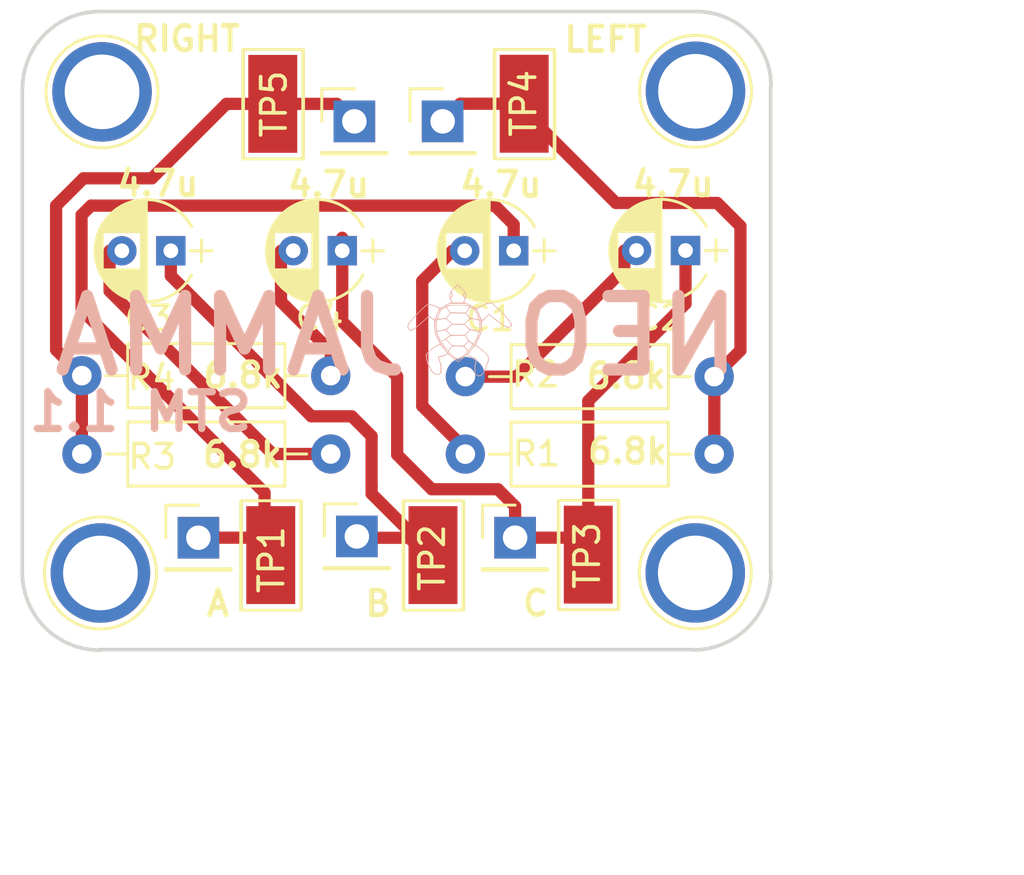
<source format=kicad_pcb>
(kicad_pcb (version 4) (host pcbnew 4.0.7)

  (general
    (links 17)
    (no_connects 0)
    (area 153.708 82.631999 199.183 119.959001)
    (thickness 1.6)
    (drawings 25)
    (tracks 69)
    (zones 0)
    (modules 23)
    (nets 14)
  )

  (page A4)
  (layers
    (0 F.Cu signal)
    (31 B.Cu signal)
    (32 B.Adhes user hide)
    (33 F.Adhes user hide)
    (34 B.Paste user hide)
    (35 F.Paste user hide)
    (36 B.SilkS user)
    (37 F.SilkS user)
    (38 B.Mask user hide)
    (39 F.Mask user hide)
    (40 Dwgs.User user hide)
    (41 Cmts.User user)
    (42 Eco1.User user hide)
    (43 Eco2.User user hide)
    (44 Edge.Cuts user)
    (45 Margin user hide)
    (46 B.CrtYd user)
    (47 F.CrtYd user hide)
    (48 B.Fab user hide)
    (49 F.Fab user hide)
  )

  (setup
    (last_trace_width 0.5)
    (trace_clearance 0.2)
    (zone_clearance 0.508)
    (zone_45_only no)
    (trace_min 0.2)
    (segment_width 0.2)
    (edge_width 0.15)
    (via_size 0.6)
    (via_drill 0.4)
    (via_min_size 0.4)
    (via_min_drill 0.3)
    (uvia_size 0.3)
    (uvia_drill 0.1)
    (uvias_allowed no)
    (uvia_min_size 0.2)
    (uvia_min_drill 0.1)
    (pcb_text_width 0.3)
    (pcb_text_size 1.5 1.5)
    (mod_edge_width 0.15)
    (mod_text_size 1 1)
    (mod_text_width 0.15)
    (pad_size 2 4)
    (pad_drill 0)
    (pad_to_mask_clearance 0.2)
    (aux_axis_origin 0 0)
    (visible_elements 7FFEFFFF)
    (pcbplotparams
      (layerselection 0x01030_80000001)
      (usegerberextensions true)
      (excludeedgelayer false)
      (linewidth 0.100000)
      (plotframeref false)
      (viasonmask false)
      (mode 1)
      (useauxorigin false)
      (hpglpennumber 1)
      (hpglpenspeed 20)
      (hpglpendiameter 15)
      (hpglpenoverlay 2)
      (psnegative false)
      (psa4output false)
      (plotreference true)
      (plotvalue true)
      (plotinvisibletext false)
      (padsonsilk false)
      (subtractmaskfromsilk false)
      (outputformat 1)
      (mirror false)
      (drillshape 0)
      (scaleselection 1)
      (outputdirectory Gerber/))
  )

  (net 0 "")
  (net 1 "Net-(C1-Pad1)")
  (net 2 "Net-(C1-Pad2)")
  (net 3 "Net-(C2-Pad2)")
  (net 4 "Net-(C3-Pad1)")
  (net 5 "Net-(C3-Pad2)")
  (net 6 "Net-(C4-Pad2)")
  (net 7 "Net-(J4-Pad1)")
  (net 8 "Net-(J5-Pad1)")
  (net 9 "Net-(C2-Pad1)")
  (net 10 "Net-(H1-Pad1)")
  (net 11 "Net-(H2-Pad1)")
  (net 12 "Net-(H3-Pad1)")
  (net 13 "Net-(H4-Pad1)")

  (net_class Default "This is the default net class."
    (clearance 0.2)
    (trace_width 0.5)
    (via_dia 0.6)
    (via_drill 0.4)
    (uvia_dia 0.3)
    (uvia_drill 0.1)
    (add_net "Net-(C1-Pad1)")
    (add_net "Net-(C1-Pad2)")
    (add_net "Net-(C2-Pad1)")
    (add_net "Net-(C2-Pad2)")
    (add_net "Net-(C3-Pad1)")
    (add_net "Net-(C3-Pad2)")
    (add_net "Net-(C4-Pad2)")
    (add_net "Net-(H1-Pad1)")
    (add_net "Net-(H2-Pad1)")
    (add_net "Net-(H3-Pad1)")
    (add_net "Net-(H4-Pad1)")
    (add_net "Net-(J4-Pad1)")
    (add_net "Net-(J5-Pad1)")
  )

  (module Pin_Headers:Pin_Header_Straight_1x01_Pitch2.54mm (layer F.Cu) (tedit 5CE7DD3A) (tstamp 5CE7D499)
    (at 161.658 104.204)
    (descr "Through hole straight pin header, 1x01, 2.54mm pitch, single row")
    (tags "Through hole pin header THT 1x01 2.54mm single row")
    (path /5CE80022)
    (fp_text reference J1 (at 0.101 -0.097) (layer F.SilkS)
      (effects (font (size 0.127 0.127) (thickness 0.03175)))
    )
    (fp_text value A (at 1.059 2.717) (layer F.Fab)
      (effects (font (size 1 1) (thickness 0.15)))
    )
    (fp_line (start -0.635 -1.27) (end 1.27 -1.27) (layer F.Fab) (width 0.1))
    (fp_line (start 1.27 -1.27) (end 1.27 1.27) (layer F.Fab) (width 0.1))
    (fp_line (start 1.27 1.27) (end -1.27 1.27) (layer F.Fab) (width 0.1))
    (fp_line (start -1.27 1.27) (end -1.27 -0.635) (layer F.Fab) (width 0.1))
    (fp_line (start -1.27 -0.635) (end -0.635 -1.27) (layer F.Fab) (width 0.1))
    (fp_line (start -1.33 1.33) (end 1.33 1.33) (layer F.SilkS) (width 0.12))
    (fp_line (start -1.33 1.27) (end -1.33 1.33) (layer F.SilkS) (width 0.12))
    (fp_line (start 1.33 1.27) (end 1.33 1.33) (layer F.SilkS) (width 0.12))
    (fp_line (start -1.33 1.27) (end 1.33 1.27) (layer F.SilkS) (width 0.12))
    (fp_line (start -1.33 0) (end -1.33 -1.33) (layer F.SilkS) (width 0.12))
    (fp_line (start -1.33 -1.33) (end 0 -1.33) (layer F.SilkS) (width 0.12))
    (fp_line (start -1.8 -1.8) (end -1.8 1.8) (layer F.CrtYd) (width 0.05))
    (fp_line (start -1.8 1.8) (end 1.8 1.8) (layer F.CrtYd) (width 0.05))
    (fp_line (start 1.8 1.8) (end 1.8 -1.8) (layer F.CrtYd) (width 0.05))
    (fp_line (start 1.8 -1.8) (end -1.8 -1.8) (layer F.CrtYd) (width 0.05))
    (fp_text user %R (at 0 0 90) (layer F.Fab)
      (effects (font (size 1 1) (thickness 0.15)))
    )
    (pad 1 thru_hole rect (at 0 0) (size 1.7 1.7) (drill 1) (layers *.Cu *.Mask)
      (net 1 "Net-(C1-Pad1)"))
    (model ${KISYS3DMOD}/Pin_Headers.3dshapes/Pin_Header_Straight_1x01_Pitch2.54mm.wrl
      (at (xyz 0 0 0))
      (scale (xyz 1 1 1))
      (rotate (xyz 0 0 0))
    )
  )

  (module Pin_Headers:Pin_Header_Straight_1x01_Pitch2.54mm (layer F.Cu) (tedit 5CE7DD1C) (tstamp 5CE7D49E)
    (at 168.128 104.15)
    (descr "Through hole straight pin header, 1x01, 2.54mm pitch, single row")
    (tags "Through hole pin header THT 1x01 2.54mm single row")
    (path /5CE801E0)
    (fp_text reference J2 (at 0.015 -0.016) (layer F.SilkS)
      (effects (font (size 0.127 0.127) (thickness 0.03175)))
    )
    (fp_text value B (at 1.021 2.696) (layer F.Fab)
      (effects (font (size 1 1) (thickness 0.15)))
    )
    (fp_line (start -0.635 -1.27) (end 1.27 -1.27) (layer F.Fab) (width 0.1))
    (fp_line (start 1.27 -1.27) (end 1.27 1.27) (layer F.Fab) (width 0.1))
    (fp_line (start 1.27 1.27) (end -1.27 1.27) (layer F.Fab) (width 0.1))
    (fp_line (start -1.27 1.27) (end -1.27 -0.635) (layer F.Fab) (width 0.1))
    (fp_line (start -1.27 -0.635) (end -0.635 -1.27) (layer F.Fab) (width 0.1))
    (fp_line (start -1.33 1.33) (end 1.33 1.33) (layer F.SilkS) (width 0.12))
    (fp_line (start -1.33 1.27) (end -1.33 1.33) (layer F.SilkS) (width 0.12))
    (fp_line (start 1.33 1.27) (end 1.33 1.33) (layer F.SilkS) (width 0.12))
    (fp_line (start -1.33 1.27) (end 1.33 1.27) (layer F.SilkS) (width 0.12))
    (fp_line (start -1.33 0) (end -1.33 -1.33) (layer F.SilkS) (width 0.12))
    (fp_line (start -1.33 -1.33) (end 0 -1.33) (layer F.SilkS) (width 0.12))
    (fp_line (start -1.8 -1.8) (end -1.8 1.8) (layer F.CrtYd) (width 0.05))
    (fp_line (start -1.8 1.8) (end 1.8 1.8) (layer F.CrtYd) (width 0.05))
    (fp_line (start 1.8 1.8) (end 1.8 -1.8) (layer F.CrtYd) (width 0.05))
    (fp_line (start 1.8 -1.8) (end -1.8 -1.8) (layer F.CrtYd) (width 0.05))
    (fp_text user %R (at 0 0 90) (layer F.Fab)
      (effects (font (size 1 1) (thickness 0.15)))
    )
    (pad 1 thru_hole rect (at 0 0) (size 1.7 1.7) (drill 1) (layers *.Cu *.Mask)
      (net 4 "Net-(C3-Pad1)"))
    (model ${KISYS3DMOD}/Pin_Headers.3dshapes/Pin_Header_Straight_1x01_Pitch2.54mm.wrl
      (at (xyz 0 0 0))
      (scale (xyz 1 1 1))
      (rotate (xyz 0 0 0))
    )
  )

  (module Pin_Headers:Pin_Header_Straight_1x01_Pitch2.54mm (layer F.Cu) (tedit 5CE7DD51) (tstamp 5CE7D4A3)
    (at 174.589 104.201)
    (descr "Through hole straight pin header, 1x01, 2.54mm pitch, single row")
    (tags "Through hole pin header THT 1x01 2.54mm single row")
    (path /5CE802FA)
    (fp_text reference J3 (at -0.048 0.066) (layer F.SilkS)
      (effects (font (size 0.127 0.127) (thickness 0.03175)))
    )
    (fp_text value C (at 1.011 2.677) (layer F.Fab)
      (effects (font (size 1 1) (thickness 0.15)))
    )
    (fp_line (start -0.635 -1.27) (end 1.27 -1.27) (layer F.Fab) (width 0.1))
    (fp_line (start 1.27 -1.27) (end 1.27 1.27) (layer F.Fab) (width 0.1))
    (fp_line (start 1.27 1.27) (end -1.27 1.27) (layer F.Fab) (width 0.1))
    (fp_line (start -1.27 1.27) (end -1.27 -0.635) (layer F.Fab) (width 0.1))
    (fp_line (start -1.27 -0.635) (end -0.635 -1.27) (layer F.Fab) (width 0.1))
    (fp_line (start -1.33 1.33) (end 1.33 1.33) (layer F.SilkS) (width 0.12))
    (fp_line (start -1.33 1.27) (end -1.33 1.33) (layer F.SilkS) (width 0.12))
    (fp_line (start 1.33 1.27) (end 1.33 1.33) (layer F.SilkS) (width 0.12))
    (fp_line (start -1.33 1.27) (end 1.33 1.27) (layer F.SilkS) (width 0.12))
    (fp_line (start -1.33 0) (end -1.33 -1.33) (layer F.SilkS) (width 0.12))
    (fp_line (start -1.33 -1.33) (end 0 -1.33) (layer F.SilkS) (width 0.12))
    (fp_line (start -1.8 -1.8) (end -1.8 1.8) (layer F.CrtYd) (width 0.05))
    (fp_line (start -1.8 1.8) (end 1.8 1.8) (layer F.CrtYd) (width 0.05))
    (fp_line (start 1.8 1.8) (end 1.8 -1.8) (layer F.CrtYd) (width 0.05))
    (fp_line (start 1.8 -1.8) (end -1.8 -1.8) (layer F.CrtYd) (width 0.05))
    (fp_text user %R (at 0 0 90) (layer F.Fab)
      (effects (font (size 1 1) (thickness 0.15)))
    )
    (pad 1 thru_hole rect (at 0 0) (size 1.7 1.7) (drill 1) (layers *.Cu *.Mask)
      (net 9 "Net-(C2-Pad1)"))
    (model ${KISYS3DMOD}/Pin_Headers.3dshapes/Pin_Header_Straight_1x01_Pitch2.54mm.wrl
      (at (xyz 0 0 0))
      (scale (xyz 1 1 1))
      (rotate (xyz 0 0 0))
    )
  )

  (module Pin_Headers:Pin_Header_Straight_1x01_Pitch2.54mm (layer F.Cu) (tedit 5CF8BFCC) (tstamp 5CE7D4A8)
    (at 171.631 87.193)
    (descr "Through hole straight pin header, 1x01, 2.54mm pitch, single row")
    (tags "Through hole pin header THT 1x01 2.54mm single row")
    (path /5CE7FD1F)
    (fp_text reference J4 (at 0.002 -0.013) (layer F.SilkS)
      (effects (font (size 0.127 0.127) (thickness 0.03175)))
    )
    (fp_text value LEFT (at 6.639 -3.373) (layer F.Fab)
      (effects (font (size 1 1) (thickness 0.15)))
    )
    (fp_line (start -0.635 -1.27) (end 1.27 -1.27) (layer F.Fab) (width 0.1))
    (fp_line (start 1.27 -1.27) (end 1.27 1.27) (layer F.Fab) (width 0.1))
    (fp_line (start 1.27 1.27) (end -1.27 1.27) (layer F.Fab) (width 0.1))
    (fp_line (start -1.27 1.27) (end -1.27 -0.635) (layer F.Fab) (width 0.1))
    (fp_line (start -1.27 -0.635) (end -0.635 -1.27) (layer F.Fab) (width 0.1))
    (fp_line (start -1.33 1.33) (end 1.33 1.33) (layer F.SilkS) (width 0.12))
    (fp_line (start -1.33 1.27) (end -1.33 1.33) (layer F.SilkS) (width 0.12))
    (fp_line (start 1.33 1.27) (end 1.33 1.33) (layer F.SilkS) (width 0.12))
    (fp_line (start -1.33 1.27) (end 1.33 1.27) (layer F.SilkS) (width 0.12))
    (fp_line (start -1.33 0) (end -1.33 -1.33) (layer F.SilkS) (width 0.12))
    (fp_line (start -1.33 -1.33) (end 0 -1.33) (layer F.SilkS) (width 0.12))
    (fp_line (start -1.8 -1.8) (end -1.8 1.8) (layer F.CrtYd) (width 0.05))
    (fp_line (start -1.8 1.8) (end 1.8 1.8) (layer F.CrtYd) (width 0.05))
    (fp_line (start 1.8 1.8) (end 1.8 -1.8) (layer F.CrtYd) (width 0.05))
    (fp_line (start 1.8 -1.8) (end -1.8 -1.8) (layer F.CrtYd) (width 0.05))
    (fp_text user %R (at 0 0 90) (layer F.Fab)
      (effects (font (size 1 1) (thickness 0.15)))
    )
    (pad 1 thru_hole rect (at 0 0) (size 1.7 1.7) (drill 1) (layers *.Cu *.Mask)
      (net 7 "Net-(J4-Pad1)"))
    (model ${KISYS3DMOD}/Pin_Headers.3dshapes/Pin_Header_Straight_1x01_Pitch2.54mm.wrl
      (at (xyz 0 0 0))
      (scale (xyz 1 1 1))
      (rotate (xyz 0 0 0))
    )
  )

  (module Pin_Headers:Pin_Header_Straight_1x01_Pitch2.54mm (layer F.Cu) (tedit 5CF8BFC4) (tstamp 5CE7D4AD)
    (at 168.025 87.194)
    (descr "Through hole straight pin header, 1x01, 2.54mm pitch, single row")
    (tags "Through hole pin header THT 1x01 2.54mm single row")
    (path /5CE7FF3D)
    (fp_text reference J5 (at -0.019 0.009) (layer F.SilkS)
      (effects (font (size 0.127 0.127) (thickness 0.03175)))
    )
    (fp_text value RIGHT (at -6.862 -3.412) (layer F.Fab)
      (effects (font (size 1 1) (thickness 0.15)))
    )
    (fp_line (start -0.635 -1.27) (end 1.27 -1.27) (layer F.Fab) (width 0.1))
    (fp_line (start 1.27 -1.27) (end 1.27 1.27) (layer F.Fab) (width 0.1))
    (fp_line (start 1.27 1.27) (end -1.27 1.27) (layer F.Fab) (width 0.1))
    (fp_line (start -1.27 1.27) (end -1.27 -0.635) (layer F.Fab) (width 0.1))
    (fp_line (start -1.27 -0.635) (end -0.635 -1.27) (layer F.Fab) (width 0.1))
    (fp_line (start -1.33 1.33) (end 1.33 1.33) (layer F.SilkS) (width 0.12))
    (fp_line (start -1.33 1.27) (end -1.33 1.33) (layer F.SilkS) (width 0.12))
    (fp_line (start 1.33 1.27) (end 1.33 1.33) (layer F.SilkS) (width 0.12))
    (fp_line (start -1.33 1.27) (end 1.33 1.27) (layer F.SilkS) (width 0.12))
    (fp_line (start -1.33 0) (end -1.33 -1.33) (layer F.SilkS) (width 0.12))
    (fp_line (start -1.33 -1.33) (end 0 -1.33) (layer F.SilkS) (width 0.12))
    (fp_line (start -1.8 -1.8) (end -1.8 1.8) (layer F.CrtYd) (width 0.05))
    (fp_line (start -1.8 1.8) (end 1.8 1.8) (layer F.CrtYd) (width 0.05))
    (fp_line (start 1.8 1.8) (end 1.8 -1.8) (layer F.CrtYd) (width 0.05))
    (fp_line (start 1.8 -1.8) (end -1.8 -1.8) (layer F.CrtYd) (width 0.05))
    (fp_text user %R (at 0 0 90) (layer F.Fab)
      (effects (font (size 1 1) (thickness 0.15)))
    )
    (pad 1 thru_hole rect (at 0 0) (size 1.7 1.7) (drill 1) (layers *.Cu *.Mask)
      (net 8 "Net-(J5-Pad1)"))
    (model ${KISYS3DMOD}/Pin_Headers.3dshapes/Pin_Header_Straight_1x01_Pitch2.54mm.wrl
      (at (xyz 0 0 0))
      (scale (xyz 1 1 1))
      (rotate (xyz 0 0 0))
    )
  )

  (module Resistors_THT:R_Axial_DIN0207_L6.3mm_D2.5mm_P10.16mm_Horizontal (layer F.Cu) (tedit 5CF8373E) (tstamp 5CE7D4B3)
    (at 172.557 100.787)
    (descr "Resistor, Axial_DIN0207 series, Axial, Horizontal, pin pitch=10.16mm, 0.25W = 1/4W, length*diameter=6.3*2.5mm^2, http://cdn-reichelt.de/documents/datenblatt/B400/1_4W%23YAG.pdf")
    (tags "Resistor Axial_DIN0207 series Axial Horizontal pin pitch 10.16mm 0.25W = 1/4W length 6.3mm diameter 2.5mm")
    (path /5CE7CDF7)
    (fp_text reference R1 (at 2.9 -0.02) (layer F.SilkS)
      (effects (font (size 1 1) (thickness 0.15)))
    )
    (fp_text value 6.8k (at 6.616 -0.104) (layer F.Fab)
      (effects (font (size 1 1) (thickness 0.15)))
    )
    (fp_line (start 1.93 -1.25) (end 1.93 1.25) (layer F.Fab) (width 0.1))
    (fp_line (start 1.93 1.25) (end 8.23 1.25) (layer F.Fab) (width 0.1))
    (fp_line (start 8.23 1.25) (end 8.23 -1.25) (layer F.Fab) (width 0.1))
    (fp_line (start 8.23 -1.25) (end 1.93 -1.25) (layer F.Fab) (width 0.1))
    (fp_line (start 0 0) (end 1.93 0) (layer F.Fab) (width 0.1))
    (fp_line (start 10.16 0) (end 8.23 0) (layer F.Fab) (width 0.1))
    (fp_line (start 1.87 -1.31) (end 1.87 1.31) (layer F.SilkS) (width 0.12))
    (fp_line (start 1.87 1.31) (end 8.29 1.31) (layer F.SilkS) (width 0.12))
    (fp_line (start 8.29 1.31) (end 8.29 -1.31) (layer F.SilkS) (width 0.12))
    (fp_line (start 8.29 -1.31) (end 1.87 -1.31) (layer F.SilkS) (width 0.12))
    (fp_line (start 0.98 0) (end 1.87 0) (layer F.SilkS) (width 0.12))
    (fp_line (start 9.18 0) (end 8.29 0) (layer F.SilkS) (width 0.12))
    (fp_line (start -1.05 -1.6) (end -1.05 1.6) (layer F.CrtYd) (width 0.05))
    (fp_line (start -1.05 1.6) (end 11.25 1.6) (layer F.CrtYd) (width 0.05))
    (fp_line (start 11.25 1.6) (end 11.25 -1.6) (layer F.CrtYd) (width 0.05))
    (fp_line (start 11.25 -1.6) (end -1.05 -1.6) (layer F.CrtYd) (width 0.05))
    (pad 1 thru_hole circle (at 0 0) (size 1.6 1.6) (drill 0.8) (layers *.Cu *.Mask)
      (net 2 "Net-(C1-Pad2)"))
    (pad 2 thru_hole oval (at 10.16 0) (size 1.6 1.6) (drill 0.8) (layers *.Cu *.Mask)
      (net 7 "Net-(J4-Pad1)"))
    (model ${KISYS3DMOD}/Resistors_THT.3dshapes/R_Axial_DIN0207_L6.3mm_D2.5mm_P10.16mm_Horizontal.wrl
      (at (xyz 0 0 0))
      (scale (xyz 0.393701 0.393701 0.393701))
      (rotate (xyz 0 0 0))
    )
  )

  (module Resistors_THT:R_Axial_DIN0207_L6.3mm_D2.5mm_P10.16mm_Horizontal (layer F.Cu) (tedit 5CF83731) (tstamp 5CE7D4B9)
    (at 172.558 97.622)
    (descr "Resistor, Axial_DIN0207 series, Axial, Horizontal, pin pitch=10.16mm, 0.25W = 1/4W, length*diameter=6.3*2.5mm^2, http://cdn-reichelt.de/documents/datenblatt/B400/1_4W%23YAG.pdf")
    (tags "Resistor Axial_DIN0207 series Axial Horizontal pin pitch 10.16mm 0.25W = 1/4W length 6.3mm diameter 2.5mm")
    (path /5CE7E155)
    (fp_text reference R2 (at 2.877 -0.083) (layer F.SilkS)
      (effects (font (size 1 1) (thickness 0.15)))
    )
    (fp_text value 6.8k (at 6.621 -0.028) (layer F.Fab)
      (effects (font (size 1 1) (thickness 0.15)))
    )
    (fp_line (start 1.93 -1.25) (end 1.93 1.25) (layer F.Fab) (width 0.1))
    (fp_line (start 1.93 1.25) (end 8.23 1.25) (layer F.Fab) (width 0.1))
    (fp_line (start 8.23 1.25) (end 8.23 -1.25) (layer F.Fab) (width 0.1))
    (fp_line (start 8.23 -1.25) (end 1.93 -1.25) (layer F.Fab) (width 0.1))
    (fp_line (start 0 0) (end 1.93 0) (layer F.Fab) (width 0.1))
    (fp_line (start 10.16 0) (end 8.23 0) (layer F.Fab) (width 0.1))
    (fp_line (start 1.87 -1.31) (end 1.87 1.31) (layer F.SilkS) (width 0.12))
    (fp_line (start 1.87 1.31) (end 8.29 1.31) (layer F.SilkS) (width 0.12))
    (fp_line (start 8.29 1.31) (end 8.29 -1.31) (layer F.SilkS) (width 0.12))
    (fp_line (start 8.29 -1.31) (end 1.87 -1.31) (layer F.SilkS) (width 0.12))
    (fp_line (start 0.98 0) (end 1.87 0) (layer F.SilkS) (width 0.12))
    (fp_line (start 9.18 0) (end 8.29 0) (layer F.SilkS) (width 0.12))
    (fp_line (start -1.05 -1.6) (end -1.05 1.6) (layer F.CrtYd) (width 0.05))
    (fp_line (start -1.05 1.6) (end 11.25 1.6) (layer F.CrtYd) (width 0.05))
    (fp_line (start 11.25 1.6) (end 11.25 -1.6) (layer F.CrtYd) (width 0.05))
    (fp_line (start 11.25 -1.6) (end -1.05 -1.6) (layer F.CrtYd) (width 0.05))
    (pad 1 thru_hole circle (at 0 0) (size 1.6 1.6) (drill 0.8) (layers *.Cu *.Mask)
      (net 3 "Net-(C2-Pad2)"))
    (pad 2 thru_hole oval (at 10.16 0) (size 1.6 1.6) (drill 0.8) (layers *.Cu *.Mask)
      (net 7 "Net-(J4-Pad1)"))
    (model ${KISYS3DMOD}/Resistors_THT.3dshapes/R_Axial_DIN0207_L6.3mm_D2.5mm_P10.16mm_Horizontal.wrl
      (at (xyz 0 0 0))
      (scale (xyz 0.393701 0.393701 0.393701))
      (rotate (xyz 0 0 0))
    )
  )

  (module Resistors_THT:R_Axial_DIN0207_L6.3mm_D2.5mm_P10.16mm_Horizontal (layer F.Cu) (tedit 5CE7D756) (tstamp 5CE7D4BF)
    (at 167.061 100.782 180)
    (descr "Resistor, Axial_DIN0207 series, Axial, Horizontal, pin pitch=10.16mm, 0.25W = 1/4W, length*diameter=6.3*2.5mm^2, http://cdn-reichelt.de/documents/datenblatt/B400/1_4W%23YAG.pdf")
    (tags "Resistor Axial_DIN0207 series Axial Horizontal pin pitch 10.16mm 0.25W = 1/4W length 6.3mm diameter 2.5mm")
    (path /5CE7E585)
    (fp_text reference R3 (at 7.292 -0.109 180) (layer F.SilkS)
      (effects (font (size 1 1) (thickness 0.15)))
    )
    (fp_text value 6.8k (at 3.596 -0.033 180) (layer F.Fab)
      (effects (font (size 1 1) (thickness 0.15)))
    )
    (fp_line (start 1.93 -1.25) (end 1.93 1.25) (layer F.Fab) (width 0.1))
    (fp_line (start 1.93 1.25) (end 8.23 1.25) (layer F.Fab) (width 0.1))
    (fp_line (start 8.23 1.25) (end 8.23 -1.25) (layer F.Fab) (width 0.1))
    (fp_line (start 8.23 -1.25) (end 1.93 -1.25) (layer F.Fab) (width 0.1))
    (fp_line (start 0 0) (end 1.93 0) (layer F.Fab) (width 0.1))
    (fp_line (start 10.16 0) (end 8.23 0) (layer F.Fab) (width 0.1))
    (fp_line (start 1.87 -1.31) (end 1.87 1.31) (layer F.SilkS) (width 0.12))
    (fp_line (start 1.87 1.31) (end 8.29 1.31) (layer F.SilkS) (width 0.12))
    (fp_line (start 8.29 1.31) (end 8.29 -1.31) (layer F.SilkS) (width 0.12))
    (fp_line (start 8.29 -1.31) (end 1.87 -1.31) (layer F.SilkS) (width 0.12))
    (fp_line (start 0.98 0) (end 1.87 0) (layer F.SilkS) (width 0.12))
    (fp_line (start 9.18 0) (end 8.29 0) (layer F.SilkS) (width 0.12))
    (fp_line (start -1.05 -1.6) (end -1.05 1.6) (layer F.CrtYd) (width 0.05))
    (fp_line (start -1.05 1.6) (end 11.25 1.6) (layer F.CrtYd) (width 0.05))
    (fp_line (start 11.25 1.6) (end 11.25 -1.6) (layer F.CrtYd) (width 0.05))
    (fp_line (start 11.25 -1.6) (end -1.05 -1.6) (layer F.CrtYd) (width 0.05))
    (pad 1 thru_hole circle (at 0 0 180) (size 1.6 1.6) (drill 0.8) (layers *.Cu *.Mask)
      (net 5 "Net-(C3-Pad2)"))
    (pad 2 thru_hole oval (at 10.16 0 180) (size 1.6 1.6) (drill 0.8) (layers *.Cu *.Mask)
      (net 8 "Net-(J5-Pad1)"))
    (model ${KISYS3DMOD}/Resistors_THT.3dshapes/R_Axial_DIN0207_L6.3mm_D2.5mm_P10.16mm_Horizontal.wrl
      (at (xyz 0 0 0))
      (scale (xyz 0.393701 0.393701 0.393701))
      (rotate (xyz 0 0 0))
    )
  )

  (module Resistors_THT:R_Axial_DIN0207_L6.3mm_D2.5mm_P10.16mm_Horizontal (layer F.Cu) (tedit 5CE7D76E) (tstamp 5CE7D4C5)
    (at 167.061 97.582 180)
    (descr "Resistor, Axial_DIN0207 series, Axial, Horizontal, pin pitch=10.16mm, 0.25W = 1/4W, length*diameter=6.3*2.5mm^2, http://cdn-reichelt.de/documents/datenblatt/B400/1_4W%23YAG.pdf")
    (tags "Resistor Axial_DIN0207 series Axial Horizontal pin pitch 10.16mm 0.25W = 1/4W length 6.3mm diameter 2.5mm")
    (path /5CE7E592)
    (fp_text reference R4 (at 7.315 -0.076 180) (layer F.SilkS)
      (effects (font (size 1 1) (thickness 0.15)))
    )
    (fp_text value 6.8k (at 3.543 0.038 180) (layer F.Fab)
      (effects (font (size 1 1) (thickness 0.15)))
    )
    (fp_line (start 1.93 -1.25) (end 1.93 1.25) (layer F.Fab) (width 0.1))
    (fp_line (start 1.93 1.25) (end 8.23 1.25) (layer F.Fab) (width 0.1))
    (fp_line (start 8.23 1.25) (end 8.23 -1.25) (layer F.Fab) (width 0.1))
    (fp_line (start 8.23 -1.25) (end 1.93 -1.25) (layer F.Fab) (width 0.1))
    (fp_line (start 0 0) (end 1.93 0) (layer F.Fab) (width 0.1))
    (fp_line (start 10.16 0) (end 8.23 0) (layer F.Fab) (width 0.1))
    (fp_line (start 1.87 -1.31) (end 1.87 1.31) (layer F.SilkS) (width 0.12))
    (fp_line (start 1.87 1.31) (end 8.29 1.31) (layer F.SilkS) (width 0.12))
    (fp_line (start 8.29 1.31) (end 8.29 -1.31) (layer F.SilkS) (width 0.12))
    (fp_line (start 8.29 -1.31) (end 1.87 -1.31) (layer F.SilkS) (width 0.12))
    (fp_line (start 0.98 0) (end 1.87 0) (layer F.SilkS) (width 0.12))
    (fp_line (start 9.18 0) (end 8.29 0) (layer F.SilkS) (width 0.12))
    (fp_line (start -1.05 -1.6) (end -1.05 1.6) (layer F.CrtYd) (width 0.05))
    (fp_line (start -1.05 1.6) (end 11.25 1.6) (layer F.CrtYd) (width 0.05))
    (fp_line (start 11.25 1.6) (end 11.25 -1.6) (layer F.CrtYd) (width 0.05))
    (fp_line (start 11.25 -1.6) (end -1.05 -1.6) (layer F.CrtYd) (width 0.05))
    (pad 1 thru_hole circle (at 0 0 180) (size 1.6 1.6) (drill 0.8) (layers *.Cu *.Mask)
      (net 6 "Net-(C4-Pad2)"))
    (pad 2 thru_hole oval (at 10.16 0 180) (size 1.6 1.6) (drill 0.8) (layers *.Cu *.Mask)
      (net 8 "Net-(J5-Pad1)"))
    (model ${KISYS3DMOD}/Resistors_THT.3dshapes/R_Axial_DIN0207_L6.3mm_D2.5mm_P10.16mm_Horizontal.wrl
      (at (xyz 0 0 0))
      (scale (xyz 0.393701 0.393701 0.393701))
      (rotate (xyz 0 0 0))
    )
  )

  (module TestPoint_Pad:TestPoint_Pad_2.0x4.0mm (layer F.Cu) (tedit 5CF8BFE0) (tstamp 5CE7D4DE)
    (at 164.695 86.479)
    (descr "SMD rectangular pad as test Point, square 2.0mm side length")
    (tags "test point SMD pad rectangle square")
    (path /5CE7D0D7)
    (attr virtual)
    (fp_text reference TP5 (at 0.049 0.008 90) (layer F.SilkS)
      (effects (font (size 1 1) (thickness 0.15)))
    )
    (fp_text value RIGHT (at -3.494 -2.697) (layer F.Fab)
      (effects (font (size 1 1) (thickness 0.15)))
    )
    (fp_line (start -1.48 2.52) (end -1.48 -2.52) (layer F.CrtYd) (width 0.05))
    (fp_line (start 1.53 2.52) (end 1.53 -2.52) (layer F.CrtYd) (width 0.05))
    (fp_line (start -1.21 -2.21) (end -1.21 2.23) (layer F.SilkS) (width 0.15))
    (fp_line (start 1.24 2.23) (end 1.24 -2.2) (layer F.SilkS) (width 0.15))
    (fp_text user %R (at 0 -3.39) (layer F.Fab)
      (effects (font (size 1 1) (thickness 0.15)))
    )
    (fp_line (start -1.21 -2.22) (end 1.19 -2.22) (layer F.SilkS) (width 0.12))
    (fp_line (start 1.22 2.25) (end -1.18 2.25) (layer F.SilkS) (width 0.12))
    (fp_line (start -1.47 -2.51) (end 1.53 -2.51) (layer F.CrtYd) (width 0.05))
    (fp_line (start 1.54 2.52) (end -1.46 2.52) (layer F.CrtYd) (width 0.05))
    (pad 1 smd rect (at 0 0) (size 2 4) (layers F.Cu F.Mask)
      (net 8 "Net-(J5-Pad1)"))
  )

  (module TestPoint_Pad:TestPoint_Pad_2.0x4.0mm (layer F.Cu) (tedit 5CF8BFD5) (tstamp 5CE7D4D9)
    (at 174.96 86.474)
    (descr "SMD rectangular pad as test Point, square 2.0mm side length")
    (tags "test point SMD pad rectangle square")
    (path /5CE7D03D)
    (attr virtual)
    (fp_text reference TP4 (at -0.025 -0.015 90) (layer F.SilkS)
      (effects (font (size 1 1) (thickness 0.15)))
    )
    (fp_text value LEFT (at 3.31 -2.654) (layer F.Fab)
      (effects (font (size 1 1) (thickness 0.15)))
    )
    (fp_line (start -1.48 2.52) (end -1.48 -2.52) (layer F.CrtYd) (width 0.05))
    (fp_line (start 1.53 2.52) (end 1.53 -2.52) (layer F.CrtYd) (width 0.05))
    (fp_line (start -1.21 -2.21) (end -1.21 2.23) (layer F.SilkS) (width 0.15))
    (fp_line (start 1.24 2.23) (end 1.24 -2.2) (layer F.SilkS) (width 0.15))
    (fp_text user %R (at 0 -3.39) (layer F.Fab)
      (effects (font (size 1 1) (thickness 0.15)))
    )
    (fp_line (start -1.21 -2.22) (end 1.19 -2.22) (layer F.SilkS) (width 0.12))
    (fp_line (start 1.22 2.25) (end -1.18 2.25) (layer F.SilkS) (width 0.12))
    (fp_line (start -1.47 -2.51) (end 1.53 -2.51) (layer F.CrtYd) (width 0.05))
    (fp_line (start 1.54 2.52) (end -1.46 2.52) (layer F.CrtYd) (width 0.05))
    (pad 1 smd rect (at 0 0) (size 2 4) (layers F.Cu F.Mask)
      (net 7 "Net-(J4-Pad1)"))
  )

  (module TestPoint_Pad:TestPoint_Pad_2.0x4.0mm (layer F.Cu) (tedit 5CF82FBE) (tstamp 5CE7D4CA)
    (at 164.612 104.912)
    (descr "SMD rectangular pad as test Point, square 2.0mm side length")
    (tags "test point SMD pad rectangle square")
    (path /5CE7CEF5)
    (attr virtual)
    (fp_text reference TP1 (at 0.03 0.188 90) (layer F.SilkS)
      (effects (font (size 1 1) (thickness 0.15)))
    )
    (fp_text value A (at -2.222 1.988) (layer F.Fab)
      (effects (font (size 1 1) (thickness 0.15)))
    )
    (fp_line (start -1.48 2.52) (end -1.48 -2.52) (layer F.CrtYd) (width 0.05))
    (fp_line (start 1.53 2.52) (end 1.53 -2.52) (layer F.CrtYd) (width 0.05))
    (fp_line (start -1.21 -2.21) (end -1.21 2.23) (layer F.SilkS) (width 0.15))
    (fp_line (start 1.24 2.23) (end 1.24 -2.2) (layer F.SilkS) (width 0.15))
    (fp_text user %R (at 0 -3.39) (layer F.Fab)
      (effects (font (size 1 1) (thickness 0.15)))
    )
    (fp_line (start -1.21 -2.22) (end 1.19 -2.22) (layer F.SilkS) (width 0.12))
    (fp_line (start 1.22 2.25) (end -1.18 2.25) (layer F.SilkS) (width 0.12))
    (fp_line (start -1.47 -2.51) (end 1.53 -2.51) (layer F.CrtYd) (width 0.05))
    (fp_line (start 1.54 2.52) (end -1.46 2.52) (layer F.CrtYd) (width 0.05))
    (pad 1 smd rect (at 0 0) (size 2 4) (layers F.Cu F.Mask)
      (net 1 "Net-(C1-Pad1)"))
  )

  (module TestPoint_Pad:TestPoint_Pad_2.0x4.0mm (layer F.Cu) (tedit 5CF82FC8) (tstamp 5CE7D4CF)
    (at 171.237 104.912)
    (descr "SMD rectangular pad as test Point, square 2.0mm side length")
    (tags "test point SMD pad rectangle square")
    (path /5CE7CF6C)
    (attr virtual)
    (fp_text reference TP2 (at -0.036 0.109 90) (layer F.SilkS)
      (effects (font (size 1 1) (thickness 0.15)))
    )
    (fp_text value B (at -2.276 1.968) (layer F.Fab)
      (effects (font (size 1 1) (thickness 0.15)))
    )
    (fp_line (start -1.48 2.52) (end -1.48 -2.52) (layer F.CrtYd) (width 0.05))
    (fp_line (start 1.53 2.52) (end 1.53 -2.52) (layer F.CrtYd) (width 0.05))
    (fp_line (start -1.21 -2.21) (end -1.21 2.23) (layer F.SilkS) (width 0.15))
    (fp_line (start 1.24 2.23) (end 1.24 -2.2) (layer F.SilkS) (width 0.15))
    (fp_text user %R (at 0 -3.39) (layer F.Fab)
      (effects (font (size 1 1) (thickness 0.15)))
    )
    (fp_line (start -1.21 -2.22) (end 1.19 -2.22) (layer F.SilkS) (width 0.12))
    (fp_line (start 1.22 2.25) (end -1.18 2.25) (layer F.SilkS) (width 0.12))
    (fp_line (start -1.47 -2.51) (end 1.53 -2.51) (layer F.CrtYd) (width 0.05))
    (fp_line (start 1.54 2.52) (end -1.46 2.52) (layer F.CrtYd) (width 0.05))
    (pad 1 smd rect (at 0 0) (size 2 4) (layers F.Cu F.Mask)
      (net 4 "Net-(C3-Pad1)"))
  )

  (module TestPoint_Pad:TestPoint_Pad_2.0x4.0mm (layer F.Cu) (tedit 5CF82FD3) (tstamp 5CE7D4D4)
    (at 177.576 104.893)
    (descr "SMD rectangular pad as test Point, square 2.0mm side length")
    (tags "test point SMD pad rectangle square")
    (path /5CE7CFD8)
    (attr virtual)
    (fp_text reference TP3 (at -0.042 0.033 90) (layer F.SilkS)
      (effects (font (size 1 1) (thickness 0.15)))
    )
    (fp_text value C (at -2.268 1.968) (layer F.Fab)
      (effects (font (size 1 1) (thickness 0.15)))
    )
    (fp_line (start -1.48 2.52) (end -1.48 -2.52) (layer F.CrtYd) (width 0.05))
    (fp_line (start 1.53 2.52) (end 1.53 -2.52) (layer F.CrtYd) (width 0.05))
    (fp_line (start -1.21 -2.21) (end -1.21 2.23) (layer F.SilkS) (width 0.15))
    (fp_line (start 1.24 2.23) (end 1.24 -2.2) (layer F.SilkS) (width 0.15))
    (fp_text user %R (at 0 -3.39) (layer F.Fab)
      (effects (font (size 1 1) (thickness 0.15)))
    )
    (fp_line (start -1.21 -2.22) (end 1.19 -2.22) (layer F.SilkS) (width 0.12))
    (fp_line (start 1.22 2.25) (end -1.18 2.25) (layer F.SilkS) (width 0.12))
    (fp_line (start -1.47 -2.51) (end 1.53 -2.51) (layer F.CrtYd) (width 0.05))
    (fp_line (start 1.54 2.52) (end -1.46 2.52) (layer F.CrtYd) (width 0.05))
    (pad 1 smd rect (at 0 0) (size 2 4) (layers F.Cu F.Mask)
      (net 9 "Net-(C2-Pad1)"))
  )

  (module Connectors:1pin (layer F.Cu) (tedit 5CF8C00F) (tstamp 5CF8BAD3)
    (at 157.724 85.989)
    (descr "module 1 pin (ou trou mecanique de percage)")
    (tags DEV)
    (path /5CF8BADD)
    (fp_text reference H1 (at 0.084 -0.084) (layer F.SilkS)
      (effects (font (size 1 1) (thickness 0.15)))
    )
    (fp_text value Conn_01x01 (at -0.033 0.604) (layer F.Fab)
      (effects (font (size 0.127 0.127) (thickness 0.03175)))
    )
    (fp_circle (center 0 0) (end 2 0.8) (layer F.Fab) (width 0.1))
    (fp_circle (center 0 0) (end 2.6 0) (layer F.CrtYd) (width 0.05))
    (fp_circle (center 0 0) (end 0 -2.286) (layer F.SilkS) (width 0.12))
    (pad 1 thru_hole circle (at 0 0) (size 4.064 4.064) (drill 3.048) (layers *.Cu *.Mask)
      (net 10 "Net-(H1-Pad1)"))
  )

  (module Connectors:1pin (layer F.Cu) (tedit 5CF8C03E) (tstamp 5CF8BAD8)
    (at 181.954 85.965)
    (descr "module 1 pin (ou trou mecanique de percage)")
    (tags DEV)
    (path /5CF8BB71)
    (fp_text reference H2 (at -0.036 -0.061) (layer F.SilkS)
      (effects (font (size 1 1) (thickness 0.15)))
    )
    (fp_text value Conn_01x01 (at 0 0.609) (layer F.Fab)
      (effects (font (size 0.127 0.127) (thickness 0.03175)))
    )
    (fp_circle (center 0 0) (end 2 0.8) (layer F.Fab) (width 0.1))
    (fp_circle (center 0 0) (end 2.6 0) (layer F.CrtYd) (width 0.05))
    (fp_circle (center 0 0) (end 0 -2.286) (layer F.SilkS) (width 0.12))
    (pad 1 thru_hole circle (at 0 0) (size 4.064 4.064) (drill 3.048) (layers *.Cu *.Mask)
      (net 11 "Net-(H2-Pad1)"))
  )

  (module Connectors:1pin (layer F.Cu) (tedit 5CF8C031) (tstamp 5CF8BADD)
    (at 157.658 105.644)
    (descr "module 1 pin (ou trou mecanique de percage)")
    (tags DEV)
    (path /5CF8BE73)
    (fp_text reference H3 (at -0.028 0) (layer F.SilkS)
      (effects (font (size 1 1) (thickness 0.15)))
    )
    (fp_text value Conn_01x01 (at 0 0.671) (layer F.Fab)
      (effects (font (size 0.127 0.127) (thickness 0.03175)))
    )
    (fp_circle (center 0 0) (end 2 0.8) (layer F.Fab) (width 0.1))
    (fp_circle (center 0 0) (end 2.6 0) (layer F.CrtYd) (width 0.05))
    (fp_circle (center 0 0) (end 0 -2.286) (layer F.SilkS) (width 0.12))
    (pad 1 thru_hole circle (at 0 0) (size 4.064 4.064) (drill 3.048) (layers *.Cu *.Mask)
      (net 12 "Net-(H3-Pad1)"))
  )

  (module Connectors:1pin (layer F.Cu) (tedit 5CF8C037) (tstamp 5CF8BAE2)
    (at 181.945 105.641)
    (descr "module 1 pin (ou trou mecanique de percage)")
    (tags DEV)
    (path /5CF8BE79)
    (fp_text reference H4 (at 0.056 0.112) (layer F.SilkS)
      (effects (font (size 1 1) (thickness 0.15)))
    )
    (fp_text value Conn_01x01 (at 0.04 0.798) (layer F.Fab)
      (effects (font (size 0.127 0.127) (thickness 0.03175)))
    )
    (fp_circle (center 0 0) (end 2 0.8) (layer F.Fab) (width 0.1))
    (fp_circle (center 0 0) (end 2.6 0) (layer F.CrtYd) (width 0.05))
    (fp_circle (center 0 0) (end 0 -2.286) (layer F.SilkS) (width 0.12))
    (pad 1 thru_hole circle (at 0 0) (size 4.064 4.064) (drill 3.048) (layers *.Cu *.Mask)
      (net 13 "Net-(H4-Pad1)"))
  )

  (module tortule:logo (layer B.Cu) (tedit 5CF8C0B1) (tstamp 5CF8BAEA)
    (at 172.273 95.722 180)
    (path /5CF8C995)
    (fp_text reference HONU1 (at 0 0 180) (layer B.Adhes) hide
      (effects (font (size 0.127 0.127) (thickness 0.03175)) (justify mirror))
    )
    (fp_text value Conn_01x01 (at 0.031 -0.168 180) (layer B.SilkS) hide
      (effects (font (size 0.127 0.127) (thickness 0.03175)) (justify mirror))
    )
    (fp_poly (pts (xy 0.067268 1.834906) (xy 0.127446 1.784379) (xy 0.196065 1.713654) (xy 0.263256 1.633766)
      (xy 0.31915 1.555752) (xy 0.353877 1.490645) (xy 0.356074 1.484464) (xy 0.367916 1.424492)
      (xy 0.361926 1.356884) (xy 0.335628 1.268904) (xy 0.294006 1.165184) (xy 0.294066 1.131309)
      (xy 0.335852 1.109495) (xy 0.347735 1.106361) (xy 0.405082 1.084165) (xy 0.487044 1.042745)
      (xy 0.575954 0.991033) (xy 0.576611 0.990623) (xy 0.734123 0.892393) (xy 0.856011 0.949531)
      (xy 1.022945 1.019193) (xy 1.154818 1.055402) (xy 1.250415 1.057836) (xy 1.258644 1.056033)
      (xy 1.303159 1.03031) (xy 1.37735 0.969653) (xy 1.477503 0.877411) (xy 1.599904 0.756935)
      (xy 1.673653 0.681619) (xy 1.815155 0.532882) (xy 1.922335 0.413115) (xy 1.998398 0.317047)
      (xy 2.046547 0.239407) (xy 2.069985 0.174923) (xy 2.071916 0.118324) (xy 2.055545 0.064339)
      (xy 2.052629 0.05805) (xy 2.02215 0.008961) (xy 1.984684 -0.018417) (xy 1.936237 -0.022037)
      (xy 1.872815 0.00015) (xy 1.790425 0.050192) (xy 1.685072 0.130136) (xy 1.552763 0.242031)
      (xy 1.389505 0.387924) (xy 1.363894 0.411231) (xy 1.205349 0.555762) (xy 1.092039 0.479662)
      (xy 0.978728 0.403562) (xy 0.978314 0.156976) (xy 0.977162 0.044409) (xy 0.97144 -0.038515)
      (xy 0.957078 -0.108783) (xy 0.930005 -0.183382) (xy 0.886152 -0.279298) (xy 0.861495 -0.330554)
      (xy 0.745091 -0.5715) (xy 0.905444 -0.644716) (xy 1.082456 -0.75255) (xy 1.196643 -0.856282)
      (xy 1.327489 -0.994632) (xy 1.313484 -1.149082) (xy 1.285957 -1.282545) (xy 1.230926 -1.43162)
      (xy 1.157226 -1.57767) (xy 1.073693 -1.702056) (xy 1.02632 -1.754906) (xy 0.968953 -1.804295)
      (xy 0.919952 -1.822901) (xy 0.855046 -1.818869) (xy 0.842078 -1.816755) (xy 0.769246 -1.797069)
      (xy 0.716511 -1.769841) (xy 0.709042 -1.7627) (xy 0.69514 -1.718107) (xy 0.689842 -1.639741)
      (xy 0.692149 -1.543711) (xy 0.701063 -1.446128) (xy 0.715585 -1.363101) (xy 0.734717 -1.310742)
      (xy 0.737269 -1.307293) (xy 0.762954 -1.258793) (xy 0.785615 -1.188737) (xy 0.787237 -1.18182)
      (xy 0.797898 -1.122497) (xy 0.786502 -1.097378) (xy 0.743104 -1.091334) (xy 0.727575 -1.091052)
      (xy 0.656555 -1.078377) (xy 0.570266 -1.047723) (xy 0.534856 -1.030889) (xy 0.422013 -0.971874)
      (xy 0.236533 -1.133637) (xy 0.152923 -1.203338) (xy 0.080374 -1.257964) (xy 0.029176 -1.290053)
      (xy 0.013478 -1.2954) (xy -0.021592 -1.279649) (xy -0.083429 -1.23754) (xy -0.16112 -1.17679)
      (xy -0.197078 -1.146518) (xy -0.370061 -0.997637) (xy -0.457954 -1.071013) (xy -0.53635 -1.121483)
      (xy -0.621557 -1.15542) (xy -0.641223 -1.159641) (xy -0.702184 -1.170122) (xy -0.734666 -1.177137)
      (xy -0.736326 -1.177996) (xy -0.72949 -1.201772) (xy -0.712279 -1.259303) (xy -0.698226 -1.305786)
      (xy -0.673939 -1.417185) (xy -0.662089 -1.539982) (xy -0.662624 -1.658916) (xy -0.675494 -1.758723)
      (xy -0.699941 -1.823148) (xy -0.759252 -1.868062) (xy -0.839912 -1.881718) (xy -0.92326 -1.864161)
      (xy -0.984462 -1.82245) (xy -1.021686 -1.770618) (xy -1.064583 -1.694182) (xy -1.1047 -1.610583)
      (xy -1.133585 -1.537264) (xy -1.143 -1.495267) (xy -1.153306 -1.459174) (xy -1.17932 -1.396594)
      (xy -1.1938 -1.365602) (xy -1.238964 -1.239717) (xy -1.239173 -1.222597) (xy -1.214503 -1.222597)
      (xy -1.173619 -1.354554) (xy -1.1684 -1.365602) (xy -1.137818 -1.433876) (xy -1.119716 -1.483899)
      (xy -1.1176 -1.495267) (xy -1.106315 -1.540752) (xy -1.077894 -1.612659) (xy -1.040496 -1.693355)
      (xy -1.002275 -1.765206) (xy -0.972148 -1.80975) (xy -0.915204 -1.843856) (xy -0.840182 -1.855459)
      (xy -0.767338 -1.844923) (xy -0.716928 -1.812613) (xy -0.712094 -1.805069) (xy -0.69455 -1.74056)
      (xy -0.687043 -1.642703) (xy -0.689222 -1.527877) (xy -0.700737 -1.412459) (xy -0.721238 -1.312829)
      (xy -0.72272 -1.3078) (xy -0.741933 -1.234121) (xy -0.750202 -1.181534) (xy -0.748736 -1.167487)
      (xy -0.718738 -1.152178) (xy -0.658906 -1.137194) (xy -0.645956 -1.134937) (xy -0.564199 -1.108877)
      (xy -0.481214 -1.063912) (xy -0.46836 -1.054646) (xy -0.382642 -0.989266) (xy -0.524757 -0.812133)
      (xy -0.59041 -0.733379) (xy -0.645757 -0.67262) (xy -0.682325 -0.638921) (xy -0.690388 -0.635)
      (xy -0.726652 -0.650595) (xy -0.790288 -0.691924) (xy -0.870849 -0.750801) (xy -0.957889 -0.819041)
      (xy -1.040965 -0.888456) (xy -1.109628 -0.950863) (xy -1.153053 -0.997571) (xy -1.207697 -1.104774)
      (xy -1.214503 -1.222597) (xy -1.239173 -1.222597) (xy -1.240301 -1.130719) (xy -1.196534 -1.02774)
      (xy -1.146384 -0.962371) (xy -1.076116 -0.892154) (xy -0.982205 -0.810803) (xy -0.883699 -0.734716)
      (xy -0.873334 -0.727325) (xy -0.6985 -0.603858) (xy -0.8255 -0.349295) (xy -0.88079 -0.236924)
      (xy -0.917131 -0.154475) (xy -0.938499 -0.08654) (xy -0.948867 -0.017706) (xy -0.952211 0.067437)
      (xy -0.952425 0.123508) (xy -0.925585 0.123508) (xy -0.923506 0.020885) (xy -0.916057 -0.057207)
      (xy -0.898923 -0.127419) (xy -0.86779 -0.206402) (xy -0.818341 -0.310809) (xy -0.807111 -0.333692)
      (xy -0.737634 -0.462579) (xy -0.653627 -0.600386) (xy -0.569701 -0.723605) (xy -0.541926 -0.760369)
      (xy -0.463062 -0.853971) (xy -0.37077 -0.952788) (xy -0.272985 -1.049529) (xy -0.177641 -1.136903)
      (xy -0.092673 -1.20762) (xy -0.026016 -1.254388) (xy 0.0127 -1.27) (xy 0.047587 -1.254109)
      (xy 0.109558 -1.21144) (xy 0.188207 -1.149494) (xy 0.235153 -1.109619) (xy 0.385836 -0.958049)
      (xy 0.437917 -0.958049) (xy 0.549838 -1.012424) (xy 0.636902 -1.045741) (xy 0.722889 -1.064946)
      (xy 0.749344 -1.0668) (xy 0.807603 -1.070005) (xy 0.828011 -1.089443) (xy 0.823496 -1.139849)
      (xy 0.82177 -1.14935) (xy 0.798319 -1.229405) (xy 0.76768 -1.294145) (xy 0.741753 -1.369913)
      (xy 0.728245 -1.493908) (xy 0.726325 -1.559329) (xy 0.725971 -1.660462) (xy 0.729976 -1.722137)
      (xy 0.741471 -1.755681) (xy 0.763586 -1.772421) (xy 0.7874 -1.780302) (xy 0.882334 -1.799049)
      (xy 0.951289 -1.787302) (xy 1.012186 -1.740122) (xy 1.037305 -1.711436) (xy 1.136117 -1.568881)
      (xy 1.216542 -1.408815) (xy 1.270502 -1.249347) (xy 1.288064 -1.149305) (xy 1.294167 -1.065205)
      (xy 1.288892 -1.009293) (xy 1.265346 -0.962091) (xy 1.216634 -0.904121) (xy 1.191638 -0.876897)
      (xy 1.107956 -0.800812) (xy 1.001975 -0.724728) (xy 0.890691 -0.659273) (xy 0.791101 -0.615073)
      (xy 0.757755 -0.605597) (xy 0.72046 -0.621477) (xy 0.661105 -0.67747) (xy 0.583478 -0.769959)
      (xy 0.577638 -0.777474) (xy 0.437917 -0.958049) (xy 0.385836 -0.958049) (xy 0.479748 -0.863585)
      (xy 0.689621 -0.5844) (xy 0.833987 -0.330637) (xy 0.887447 -0.219528) (xy 0.921817 -0.137353)
      (xy 0.941299 -0.067898) (xy 0.950094 0.00505) (xy 0.952405 0.097705) (xy 0.952461 0.126563)
      (xy 0.938987 0.317327) (xy 0.901267 0.504626) (xy 0.843453 0.672399) (xy 0.781528 0.787783)
      (xy 0.730422 0.844667) (xy 0.691896 0.877509) (xy 0.768447 0.877509) (xy 0.776092 0.854334)
      (xy 0.802245 0.79923) (xy 0.835726 0.734581) (xy 0.879071 0.645082) (xy 0.913184 0.559717)
      (xy 0.926547 0.51435) (xy 0.943483 0.458381) (xy 0.961707 0.432086) (xy 0.963395 0.4318)
      (xy 0.993966 0.444918) (xy 1.051118 0.478539) (xy 1.094152 0.506481) (xy 1.205349 0.581162)
      (xy 1.363478 0.436631) (xy 1.533215 0.284032) (xy 1.671416 0.1662) (xy 1.781642 0.081172)
      (xy 1.867452 0.026986) (xy 1.932405 0.00168) (xy 1.980063 0.003293) (xy 2.013983 0.029863)
      (xy 2.033462 0.067348) (xy 2.046911 0.123616) (xy 2.041901 0.182608) (xy 2.015077 0.249731)
      (xy 1.963082 0.330388) (xy 1.882562 0.429987) (xy 1.770161 0.553931) (xy 1.659736 0.669402)
      (xy 1.534175 0.795916) (xy 1.425655 0.899465) (xy 1.338849 0.975851) (xy 1.278425 1.020876)
      (xy 1.257428 1.030938) (xy 1.171782 1.032481) (xy 1.054892 1.004928) (xy 0.91548 0.950539)
      (xy 0.8763 0.932126) (xy 0.8137 0.901257) (xy 0.77432 0.880984) (xy 0.768447 0.877509)
      (xy 0.691896 0.877509) (xy 0.651617 0.911845) (xy 0.561885 0.975059) (xy 0.559118 0.976797)
      (xy 0.394872 1.0795) (xy -0.369473 1.0795) (xy -0.533719 0.976797) (xy -0.623521 0.913932)
      (xy -0.702915 0.846664) (xy -0.755129 0.789248) (xy -0.756129 0.787783) (xy -0.829751 0.645144)
      (xy -0.885029 0.469431) (xy -0.917969 0.276301) (xy -0.925585 0.123508) (xy -0.952425 0.123508)
      (xy -0.9525 0.143117) (xy -0.95549 0.271924) (xy -0.96442 0.351319) (xy -0.979228 0.380796)
      (xy -0.980775 0.380983) (xy -1.01127 0.398362) (xy -1.064021 0.443903) (xy -1.127512 0.507647)
      (xy -1.245975 0.634293) (xy -1.429438 0.486511) (xy -1.600101 0.353591) (xy -1.749905 0.246136)
      (xy -1.87492 0.166652) (xy -1.971215 0.117647) (xy -2.033139 0.1016) (xy -2.104853 0.118114)
      (xy -2.161098 0.159092) (xy -2.184391 0.211686) (xy -2.184401 0.212742) (xy -2.183772 0.214641)
      (xy -2.149763 0.214641) (xy -2.137663 0.17014) (xy -2.13555 0.16745) (xy -2.080142 0.131858)
      (xy -2.002523 0.134706) (xy -1.899688 0.176668) (xy -1.787304 0.245565) (xy -1.681386 0.320414)
      (xy -1.559908 0.410519) (xy -1.44623 0.49849) (xy -1.427924 0.513138) (xy -1.242948 0.662147)
      (xy -1.12128 0.529827) (xy -1.040599 0.451175) (xy -0.981154 0.416393) (xy -0.93909 0.42518)
      (xy -0.910553 0.477235) (xy -0.901525 0.512634) (xy -0.879285 0.583126) (xy -0.84137 0.672721)
      (xy -0.813613 0.728515) (xy -0.743366 0.86013) (xy -0.860633 0.919015) (xy -0.944797 0.963472)
      (xy -1.021676 1.00762) (xy -1.046853 1.023441) (xy -1.114172 1.053925) (xy -1.203822 1.077857)
      (xy -1.242782 1.08402) (xy -1.369759 1.099058) (xy -1.711069 0.763508) (xy -1.871517 0.601583)
      (xy -1.993765 0.468325) (xy -2.079659 0.361143) (xy -2.131043 0.277445) (xy -2.149763 0.214641)
      (xy -2.183772 0.214641) (xy -2.164509 0.272758) (xy -2.105632 0.362397) (xy -2.008967 0.480202)
      (xy -1.875711 0.624714) (xy -1.707061 0.794478) (xy -1.704314 0.797165) (xy -1.369512 1.124429)
      (xy -1.240867 1.109193) (xy -1.16093 1.095914) (xy -1.100711 1.079069) (xy -1.083161 1.070037)
      (xy -1.045258 1.045496) (xy -0.980017 1.008837) (xy -0.901774 0.967459) (xy -0.824865 0.928761)
      (xy -0.763624 0.900141) (xy -0.732418 0.889) (xy -0.703494 0.901611) (xy -0.64388 0.934924)
      (xy -0.56561 0.982161) (xy -0.552725 0.990204) (xy -0.461106 1.042908) (xy -0.374102 1.085007)
      (xy -0.310085 1.107642) (xy -0.308565 1.107958) (xy -0.252797 1.125491) (xy -0.239091 1.151344)
      (xy -0.243329 1.165504) (xy -0.289445 1.281799) (xy -0.313009 1.366627) (xy -0.313412 1.374281)
      (xy -0.293015 1.374281) (xy -0.277074 1.340594) (xy -0.246378 1.342667) (xy -0.239164 1.347973)
      (xy -0.206233 1.403965) (xy -0.215532 1.469617) (xy -0.23495 1.498646) (xy -0.253198 1.521146)
      (xy -0.236287 1.511112) (xy -0.22225 1.500615) (xy -0.182499 1.445356) (xy -0.190163 1.38208)
      (xy -0.227002 1.334947) (xy -0.257567 1.302019) (xy -0.261692 1.26932) (xy -0.240653 1.215947)
      (xy -0.234998 1.20401) (xy -0.193792 1.1176) (xy 0.244591 1.1176) (xy 0.285797 1.20401)
      (xy 0.310769 1.262667) (xy 0.310783 1.297284) (xy 0.284563 1.328763) (xy 0.277801 1.334947)
      (xy 0.234248 1.398494) (xy 0.23463 1.40325) (xy 0.261711 1.40325) (xy 0.277589 1.357721)
      (xy 0.30359 1.335854) (xy 0.331322 1.349918) (xy 0.335366 1.356335) (xy 0.346177 1.409614)
      (xy 0.340871 1.45954) (xy 0.317643 1.513204) (xy 0.2912 1.516961) (xy 0.267219 1.470765)
      (xy 0.264347 1.460171) (xy 0.261711 1.40325) (xy 0.23463 1.40325) (xy 0.239906 1.46885)
      (xy 0.265199 1.51415) (xy 0.281832 1.54499) (xy 0.279639 1.575765) (xy 0.253602 1.61825)
      (xy 0.198704 1.684221) (xy 0.187029 1.697602) (xy 0.122511 1.763976) (xy 0.064323 1.81116)
      (xy 0.025588 1.8288) (xy -0.017776 1.809307) (xy -0.078142 1.758423) (xy -0.145126 1.687546)
      (xy -0.208343 1.608074) (xy -0.25741 1.531402) (xy -0.271169 1.503086) (xy -0.291835 1.432266)
      (xy -0.293015 1.374281) (xy -0.313412 1.374281) (xy -0.316496 1.43273) (xy -0.305275 1.484464)
      (xy -0.273625 1.547372) (xy -0.21967 1.62446) (xy -0.153278 1.704695) (xy -0.08432 1.77704)
      (xy -0.022664 1.830461) (xy 0.02182 1.853922) (xy 0.0254 1.8542) (xy 0.067268 1.834906)) (layer B.SilkS) (width 0.01))
    (fp_poly (pts (xy 0.5715 0.9271) (xy 0.668813 0.854582) (xy 0.735703 0.78228) (xy 0.789017 0.691802)
      (xy 0.791373 0.686996) (xy 0.873689 0.463773) (xy 0.910071 0.22424) (xy 0.909538 0.057274)
      (xy 0.89807 -0.064701) (xy 0.875642 -0.16148) (xy 0.835379 -0.258507) (xy 0.8115 -0.305443)
      (xy 0.687998 -0.512115) (xy 0.534362 -0.725409) (xy 0.364561 -0.92674) (xy 0.272677 -1.02235)
      (xy 0.186138 -1.105061) (xy 0.123236 -1.156641) (xy 0.073748 -1.183831) (xy 0.027454 -1.193371)
      (xy 0.0127 -1.1938) (xy -0.034626 -1.18823) (xy -0.082087 -1.167028) (xy -0.139904 -1.123453)
      (xy -0.218298 -1.050763) (xy -0.247278 -1.02235) (xy -0.38789 -0.871231) (xy -0.358947 -0.871231)
      (xy -0.328784 -0.916594) (xy -0.265759 -0.980275) (xy -0.228721 -1.015883) (xy -0.128242 -1.105338)
      (xy -0.047383 -1.155411) (xy 0.024405 -1.167591) (xy 0.097667 -1.14337) (xy 0.182953 -1.084237)
      (xy 0.193653 -1.075556) (xy 0.266568 -1.010769) (xy 0.329675 -0.94616) (xy 0.355395 -0.914687)
      (xy 0.403834 -0.846661) (xy 0.327067 -0.75353) (xy 0.250301 -0.6604) (xy 0.015278 -0.6604)
      (xy -0.097697 -0.661571) (xy -0.171803 -0.666678) (xy -0.218947 -0.678107) (xy -0.251038 -0.698245)
      (xy -0.269828 -0.71755) (xy -0.327712 -0.784459) (xy -0.358004 -0.831436) (xy -0.358947 -0.871231)
      (xy -0.38789 -0.871231) (xy -0.405129 -0.852704) (xy -0.556365 -0.664858) (xy -0.614804 -0.5811)
      (xy -0.5715 -0.5811) (xy -0.55784 -0.61376) (xy -0.522569 -0.672646) (xy -0.487596 -0.724492)
      (xy -0.403691 -0.843529) (xy -0.318173 -0.745614) (xy -0.232655 -0.6477) (xy -0.237637 -0.642543)
      (xy 0.257464 -0.642543) (xy 0.338282 -0.739913) (xy 0.385577 -0.795807) (xy 0.417299 -0.831246)
      (xy 0.42445 -0.837742) (xy 0.440703 -0.818903) (xy 0.479728 -0.768077) (xy 0.534539 -0.694447)
      (xy 0.56415 -0.65405) (xy 0.681257 -0.485277) (xy 0.767719 -0.340444) (xy 0.829823 -0.208608)
      (xy 0.848608 -0.158894) (xy 0.883844 -0.059024) (xy 0.5207 -0.002566) (xy 0.42545 -0.095337)
      (xy 0.371802 -0.150042) (xy 0.337314 -0.189924) (xy 0.330326 -0.202004) (xy 0.35004 -0.221666)
      (xy 0.4019 -0.260591) (xy 0.475181 -0.310784) (xy 0.48429 -0.316781) (xy 0.564919 -0.371998)
      (xy 0.630619 -0.421236) (xy 0.66763 -0.454162) (xy 0.668313 -0.454986) (xy 0.669748 -0.465159)
      (xy 0.638443 -0.447676) (xy 0.615541 -0.431576) (xy 0.532582 -0.370842) (xy 0.395023 -0.506692)
      (xy 0.257464 -0.642543) (xy -0.237637 -0.642543) (xy -0.324218 -0.552925) (xy -0.415782 -0.458151)
      (xy -0.493641 -0.507448) (xy -0.545035 -0.546087) (xy -0.570803 -0.577403) (xy -0.5715 -0.5811)
      (xy -0.614804 -0.5811) (xy -0.689144 -0.474554) (xy -0.789983 -0.300781) (xy -0.858933 -0.111962)
      (xy -0.861786 -0.091463) (xy -0.829999 -0.091463) (xy -0.82588 -0.130224) (xy -0.803096 -0.199614)
      (xy -0.767728 -0.285895) (xy -0.725855 -0.375332) (xy -0.683559 -0.454186) (xy -0.646919 -0.508721)
      (xy -0.643645 -0.512481) (xy -0.614476 -0.538466) (xy -0.584406 -0.538213) (xy -0.534804 -0.510192)
      (xy -0.523133 -0.502586) (xy -0.461364 -0.449597) (xy -0.450832 -0.437653) (xy -0.410995 -0.437653)
      (xy -0.314643 -0.536326) (xy -0.218291 -0.635) (xy 0.243035 -0.635) (xy 0.513479 -0.361154)
      (xy 0.415943 -0.294877) (xy 0.370419 -0.266238) (xy 0.326499 -0.247287) (xy 0.272412 -0.236039)
      (xy 0.196389 -0.230511) (xy 0.08666 -0.228717) (xy 0.022879 -0.2286) (xy -0.27265 -0.2286)
      (xy -0.341822 -0.333126) (xy -0.410995 -0.437653) (xy -0.450832 -0.437653) (xy -0.394849 -0.374168)
      (xy -0.363737 -0.331239) (xy -0.285601 -0.21316) (xy -0.385487 -0.106078) (xy -0.485372 0.001005)
      (xy -0.651013 -0.02784) (xy -0.740973 -0.048184) (xy -0.805245 -0.071811) (xy -0.829999 -0.091463)
      (xy -0.861786 -0.091463) (xy -0.888049 0.097231) (xy -0.885846 0.143333) (xy -0.863212 0.143333)
      (xy -0.862344 0.043815) (xy -0.857778 -0.014118) (xy -0.847288 -0.039657) (xy -0.828652 -0.041996)
      (xy -0.81915 -0.038783) (xy -0.770815 -0.025173) (xy -0.691762 -0.008019) (xy -0.6223 0.004872)
      (xy -0.618811 0.005682) (xy -0.462201 0.005682) (xy -0.273489 -0.2032) (xy 0.29449 -0.2032)
      (xy 0.393766 -0.101531) (xy 0.493043 0.000137) (xy 0.380933 0.114369) (xy 0.268823 0.2286)
      (xy -0.243424 0.2286) (xy -0.352812 0.117141) (xy -0.462201 0.005682) (xy -0.618811 0.005682)
      (xy -0.521007 0.028384) (xy -0.445064 0.0653) (xy -0.369029 0.128352) (xy -0.3619 0.135176)
      (xy -0.2539 0.239276) (xy -0.257873 0.243325) (xy 0.279299 0.243325) (xy 0.383828 0.136819)
      (xy 0.459009 0.06903) (xy 0.531244 0.030118) (xy 0.625794 0.006714) (xy 0.631528 0.005716)
      (xy 0.747498 -0.014023) (xy 0.82217 -0.021976) (xy 0.864584 -0.013212) (xy 0.883778 0.017204)
      (xy 0.88879 0.074203) (xy 0.888653 0.14605) (xy 0.887176 0.267861) (xy 0.878921 0.348404)
      (xy 0.857263 0.397213) (xy 0.815578 0.42382) (xy 0.747243 0.437759) (xy 0.680944 0.444988)
      (xy 0.502988 0.46286) (xy 0.391144 0.353092) (xy 0.279299 0.243325) (xy -0.257873 0.243325)
      (xy -0.360839 0.348238) (xy -0.436884 0.416916) (xy -0.499182 0.450206) (xy -0.545039 0.456595)
      (xy -0.639627 0.448703) (xy -0.731757 0.429417) (xy -0.804936 0.403192) (xy -0.841527 0.376487)
      (xy -0.851716 0.336253) (xy -0.85936 0.260233) (xy -0.863067 0.16343) (xy -0.863212 0.143333)
      (xy -0.885846 0.143333) (xy -0.877594 0.315981) (xy -0.84658 0.451529) (xy -0.825605 0.451529)
      (xy -0.814595 0.437866) (xy -0.792634 0.444015) (xy -0.74255 0.45652) (xy -0.664681 0.469179)
      (xy -0.6223 0.474314) (xy -0.595146 0.479043) (xy -0.464286 0.479043) (xy -0.353855 0.366522)
      (xy -0.243424 0.254) (xy 0.268823 0.254) (xy 0.376369 0.363582) (xy 0.483914 0.473163)
      (xy 0.406898 0.579482) (xy 0.329881 0.6858) (xy -0.300532 0.6858) (xy -0.382409 0.582422)
      (xy -0.464286 0.479043) (xy -0.595146 0.479043) (xy -0.53878 0.488859) (xy -0.477928 0.518937)
      (xy -0.416584 0.576936) (xy -0.403792 0.591196) (xy -0.312284 0.694572) (xy -0.314862 0.6985)
      (xy 0.340715 0.6985) (xy 0.418007 0.592954) (xy 0.453567 0.545917) (xy 0.485592 0.514205)
      (xy 0.525205 0.493795) (xy 0.583532 0.48067) (xy 0.671699 0.470808) (xy 0.78105 0.461779)
      (xy 0.827872 0.471843) (xy 0.8382 0.494576) (xy 0.8284 0.536943) (xy 0.803056 0.607822)
      (xy 0.776901 0.670559) (xy 0.713994 0.782257) (xy 0.633223 0.86263) (xy 0.60795 0.880407)
      (xy 0.543772 0.92107) (xy 0.507718 0.935131) (xy 0.486216 0.925009) (xy 0.472399 0.904561)
      (xy 0.439458 0.851142) (xy 0.396633 0.784167) (xy 0.392607 0.777988) (xy 0.340715 0.6985)
      (xy -0.314862 0.6985) (xy -0.365692 0.775934) (xy -0.40894 0.843041) (xy -0.444018 0.899473)
      (xy -0.447 0.904471) (xy -0.46638 0.930301) (xy -0.490678 0.933662) (xy -0.533463 0.912143)
      (xy -0.582595 0.880378) (xy -0.677804 0.793054) (xy -0.754432 0.667213) (xy -0.814535 0.501954)
      (xy -0.825605 0.451529) (xy -0.84658 0.451529) (xy -0.82783 0.533472) (xy -0.765974 0.686996)
      (xy -0.712875 0.778728) (xy -0.64696 0.851453) (xy -0.551382 0.923566) (xy -0.5461 0.9271)
      (xy -0.485415 0.967557) (xy -0.441685 0.967557) (xy -0.441391 0.946184) (xy -0.421648 0.905716)
      (xy -0.38023 0.836676) (xy -0.341823 0.77395) (xy -0.324169 0.747485) (xy -0.303212 0.729726)
      (xy -0.269693 0.719204) (xy -0.21435 0.71445) (xy -0.127923 0.713995) (xy -0.001152 0.716368)
      (xy 0.018396 0.7168) (xy 0.339438 0.7239) (xy 0.410714 0.845295) (xy 0.48199 0.966689)
      (xy 0.417141 0.991345) (xy 0.362461 1.001799) (xy 0.269579 1.009283) (xy 0.151008 1.013803)
      (xy 0.01926 1.015364) (xy -0.113154 1.013975) (xy -0.233722 1.009641) (xy -0.329932 1.002368)
      (xy -0.389272 0.992163) (xy -0.392846 0.990926) (xy -0.424761 0.979312) (xy -0.441685 0.967557)
      (xy -0.485415 0.967557) (xy -0.3937 1.0287) (xy 0.4191 1.0287) (xy 0.5715 0.9271)) (layer B.SilkS) (width 0.01))
    (fp_poly (pts (xy -0.033369 1.736193) (xy -0.0381 1.7272) (xy -0.062033 1.702943) (xy -0.066499 1.7018)
      (xy -0.068232 1.718208) (xy -0.0635 1.7272) (xy -0.039568 1.751458) (xy -0.035102 1.7526)
      (xy -0.033369 1.736193)) (layer B.SilkS) (width 0.01))
    (fp_poly (pts (xy 0.097675 1.742326) (xy 0.124729 1.718715) (xy 0.127 1.713001) (xy 0.114945 1.702562)
      (xy 0.089849 1.725954) (xy 0.086474 1.731125) (xy 0.08348 1.748506) (xy 0.097675 1.742326)) (layer B.SilkS) (width 0.01))
  )

  (module Capacitors_THT:CP_Radial_D4.0mm_P2.00mm (layer F.Cu) (tedit 5D7AF00B) (tstamp 5D7AEEF0)
    (at 174.531 92.481 180)
    (descr "CP, Radial series, Radial, pin pitch=2.00mm, , diameter=4mm, Electrolytic Capacitor")
    (tags "CP Radial series Radial pin pitch 2.00mm  diameter 4mm Electrolytic Capacitor")
    (path /5CE7D56A)
    (fp_text reference C1 (at 0.968 -2.766 180) (layer F.SilkS)
      (effects (font (size 1 1) (thickness 0.15)))
    )
    (fp_text value 4.7u (at 1 3.31 180) (layer F.Fab)
      (effects (font (size 1 1) (thickness 0.15)))
    )
    (fp_arc (start 1 0) (end -0.845996 -0.98) (angle 124.1) (layer F.SilkS) (width 0.12))
    (fp_arc (start 1 0) (end -0.845996 0.98) (angle -124.1) (layer F.SilkS) (width 0.12))
    (fp_arc (start 1 0) (end 2.845996 -0.98) (angle 55.9) (layer F.SilkS) (width 0.12))
    (fp_circle (center 1 0) (end 3 0) (layer F.Fab) (width 0.1))
    (fp_line (start -1.7 0) (end -0.8 0) (layer F.Fab) (width 0.1))
    (fp_line (start -1.25 -0.45) (end -1.25 0.45) (layer F.Fab) (width 0.1))
    (fp_line (start 1 -2.05) (end 1 2.05) (layer F.SilkS) (width 0.12))
    (fp_line (start 1.04 -2.05) (end 1.04 2.05) (layer F.SilkS) (width 0.12))
    (fp_line (start 1.08 -2.049) (end 1.08 2.049) (layer F.SilkS) (width 0.12))
    (fp_line (start 1.12 -2.047) (end 1.12 2.047) (layer F.SilkS) (width 0.12))
    (fp_line (start 1.16 -2.044) (end 1.16 2.044) (layer F.SilkS) (width 0.12))
    (fp_line (start 1.2 -2.041) (end 1.2 2.041) (layer F.SilkS) (width 0.12))
    (fp_line (start 1.24 -2.037) (end 1.24 -0.78) (layer F.SilkS) (width 0.12))
    (fp_line (start 1.24 0.78) (end 1.24 2.037) (layer F.SilkS) (width 0.12))
    (fp_line (start 1.28 -2.032) (end 1.28 -0.78) (layer F.SilkS) (width 0.12))
    (fp_line (start 1.28 0.78) (end 1.28 2.032) (layer F.SilkS) (width 0.12))
    (fp_line (start 1.32 -2.026) (end 1.32 -0.78) (layer F.SilkS) (width 0.12))
    (fp_line (start 1.32 0.78) (end 1.32 2.026) (layer F.SilkS) (width 0.12))
    (fp_line (start 1.36 -2.019) (end 1.36 -0.78) (layer F.SilkS) (width 0.12))
    (fp_line (start 1.36 0.78) (end 1.36 2.019) (layer F.SilkS) (width 0.12))
    (fp_line (start 1.4 -2.012) (end 1.4 -0.78) (layer F.SilkS) (width 0.12))
    (fp_line (start 1.4 0.78) (end 1.4 2.012) (layer F.SilkS) (width 0.12))
    (fp_line (start 1.44 -2.004) (end 1.44 -0.78) (layer F.SilkS) (width 0.12))
    (fp_line (start 1.44 0.78) (end 1.44 2.004) (layer F.SilkS) (width 0.12))
    (fp_line (start 1.48 -1.995) (end 1.48 -0.78) (layer F.SilkS) (width 0.12))
    (fp_line (start 1.48 0.78) (end 1.48 1.995) (layer F.SilkS) (width 0.12))
    (fp_line (start 1.52 -1.985) (end 1.52 -0.78) (layer F.SilkS) (width 0.12))
    (fp_line (start 1.52 0.78) (end 1.52 1.985) (layer F.SilkS) (width 0.12))
    (fp_line (start 1.56 -1.974) (end 1.56 -0.78) (layer F.SilkS) (width 0.12))
    (fp_line (start 1.56 0.78) (end 1.56 1.974) (layer F.SilkS) (width 0.12))
    (fp_line (start 1.6 -1.963) (end 1.6 -0.78) (layer F.SilkS) (width 0.12))
    (fp_line (start 1.6 0.78) (end 1.6 1.963) (layer F.SilkS) (width 0.12))
    (fp_line (start 1.64 -1.95) (end 1.64 -0.78) (layer F.SilkS) (width 0.12))
    (fp_line (start 1.64 0.78) (end 1.64 1.95) (layer F.SilkS) (width 0.12))
    (fp_line (start 1.68 -1.937) (end 1.68 -0.78) (layer F.SilkS) (width 0.12))
    (fp_line (start 1.68 0.78) (end 1.68 1.937) (layer F.SilkS) (width 0.12))
    (fp_line (start 1.721 -1.923) (end 1.721 -0.78) (layer F.SilkS) (width 0.12))
    (fp_line (start 1.721 0.78) (end 1.721 1.923) (layer F.SilkS) (width 0.12))
    (fp_line (start 1.761 -1.907) (end 1.761 -0.78) (layer F.SilkS) (width 0.12))
    (fp_line (start 1.761 0.78) (end 1.761 1.907) (layer F.SilkS) (width 0.12))
    (fp_line (start 1.801 -1.891) (end 1.801 -0.78) (layer F.SilkS) (width 0.12))
    (fp_line (start 1.801 0.78) (end 1.801 1.891) (layer F.SilkS) (width 0.12))
    (fp_line (start 1.841 -1.874) (end 1.841 -0.78) (layer F.SilkS) (width 0.12))
    (fp_line (start 1.841 0.78) (end 1.841 1.874) (layer F.SilkS) (width 0.12))
    (fp_line (start 1.881 -1.856) (end 1.881 -0.78) (layer F.SilkS) (width 0.12))
    (fp_line (start 1.881 0.78) (end 1.881 1.856) (layer F.SilkS) (width 0.12))
    (fp_line (start 1.921 -1.837) (end 1.921 -0.78) (layer F.SilkS) (width 0.12))
    (fp_line (start 1.921 0.78) (end 1.921 1.837) (layer F.SilkS) (width 0.12))
    (fp_line (start 1.961 -1.817) (end 1.961 -0.78) (layer F.SilkS) (width 0.12))
    (fp_line (start 1.961 0.78) (end 1.961 1.817) (layer F.SilkS) (width 0.12))
    (fp_line (start 2.001 -1.796) (end 2.001 -0.78) (layer F.SilkS) (width 0.12))
    (fp_line (start 2.001 0.78) (end 2.001 1.796) (layer F.SilkS) (width 0.12))
    (fp_line (start 2.041 -1.773) (end 2.041 -0.78) (layer F.SilkS) (width 0.12))
    (fp_line (start 2.041 0.78) (end 2.041 1.773) (layer F.SilkS) (width 0.12))
    (fp_line (start 2.081 -1.75) (end 2.081 -0.78) (layer F.SilkS) (width 0.12))
    (fp_line (start 2.081 0.78) (end 2.081 1.75) (layer F.SilkS) (width 0.12))
    (fp_line (start 2.121 -1.725) (end 2.121 -0.78) (layer F.SilkS) (width 0.12))
    (fp_line (start 2.121 0.78) (end 2.121 1.725) (layer F.SilkS) (width 0.12))
    (fp_line (start 2.161 -1.699) (end 2.161 -0.78) (layer F.SilkS) (width 0.12))
    (fp_line (start 2.161 0.78) (end 2.161 1.699) (layer F.SilkS) (width 0.12))
    (fp_line (start 2.201 -1.672) (end 2.201 -0.78) (layer F.SilkS) (width 0.12))
    (fp_line (start 2.201 0.78) (end 2.201 1.672) (layer F.SilkS) (width 0.12))
    (fp_line (start 2.241 -1.643) (end 2.241 -0.78) (layer F.SilkS) (width 0.12))
    (fp_line (start 2.241 0.78) (end 2.241 1.643) (layer F.SilkS) (width 0.12))
    (fp_line (start 2.281 -1.613) (end 2.281 -0.78) (layer F.SilkS) (width 0.12))
    (fp_line (start 2.281 0.78) (end 2.281 1.613) (layer F.SilkS) (width 0.12))
    (fp_line (start 2.321 -1.581) (end 2.321 -0.78) (layer F.SilkS) (width 0.12))
    (fp_line (start 2.321 0.78) (end 2.321 1.581) (layer F.SilkS) (width 0.12))
    (fp_line (start 2.361 -1.547) (end 2.361 -0.78) (layer F.SilkS) (width 0.12))
    (fp_line (start 2.361 0.78) (end 2.361 1.547) (layer F.SilkS) (width 0.12))
    (fp_line (start 2.401 -1.512) (end 2.401 -0.78) (layer F.SilkS) (width 0.12))
    (fp_line (start 2.401 0.78) (end 2.401 1.512) (layer F.SilkS) (width 0.12))
    (fp_line (start 2.441 -1.475) (end 2.441 -0.78) (layer F.SilkS) (width 0.12))
    (fp_line (start 2.441 0.78) (end 2.441 1.475) (layer F.SilkS) (width 0.12))
    (fp_line (start 2.481 -1.436) (end 2.481 -0.78) (layer F.SilkS) (width 0.12))
    (fp_line (start 2.481 0.78) (end 2.481 1.436) (layer F.SilkS) (width 0.12))
    (fp_line (start 2.521 -1.395) (end 2.521 -0.78) (layer F.SilkS) (width 0.12))
    (fp_line (start 2.521 0.78) (end 2.521 1.395) (layer F.SilkS) (width 0.12))
    (fp_line (start 2.561 -1.351) (end 2.561 -0.78) (layer F.SilkS) (width 0.12))
    (fp_line (start 2.561 0.78) (end 2.561 1.351) (layer F.SilkS) (width 0.12))
    (fp_line (start 2.601 -1.305) (end 2.601 -0.78) (layer F.SilkS) (width 0.12))
    (fp_line (start 2.601 0.78) (end 2.601 1.305) (layer F.SilkS) (width 0.12))
    (fp_line (start 2.641 -1.256) (end 2.641 -0.78) (layer F.SilkS) (width 0.12))
    (fp_line (start 2.641 0.78) (end 2.641 1.256) (layer F.SilkS) (width 0.12))
    (fp_line (start 2.681 -1.204) (end 2.681 -0.78) (layer F.SilkS) (width 0.12))
    (fp_line (start 2.681 0.78) (end 2.681 1.204) (layer F.SilkS) (width 0.12))
    (fp_line (start 2.721 -1.148) (end 2.721 -0.78) (layer F.SilkS) (width 0.12))
    (fp_line (start 2.721 0.78) (end 2.721 1.148) (layer F.SilkS) (width 0.12))
    (fp_line (start 2.761 -1.088) (end 2.761 -0.78) (layer F.SilkS) (width 0.12))
    (fp_line (start 2.761 0.78) (end 2.761 1.088) (layer F.SilkS) (width 0.12))
    (fp_line (start 2.801 -1.023) (end 2.801 1.023) (layer F.SilkS) (width 0.12))
    (fp_line (start 2.841 -0.952) (end 2.841 0.952) (layer F.SilkS) (width 0.12))
    (fp_line (start 2.881 -0.874) (end 2.881 0.874) (layer F.SilkS) (width 0.12))
    (fp_line (start 2.921 -0.786) (end 2.921 0.786) (layer F.SilkS) (width 0.12))
    (fp_line (start 2.961 -0.686) (end 2.961 0.686) (layer F.SilkS) (width 0.12))
    (fp_line (start 3.001 -0.567) (end 3.001 0.567) (layer F.SilkS) (width 0.12))
    (fp_line (start 3.041 -0.415) (end 3.041 0.415) (layer F.SilkS) (width 0.12))
    (fp_line (start 3.081 -0.165) (end 3.081 0.165) (layer F.SilkS) (width 0.12))
    (fp_line (start -1.7 0) (end -0.8 0) (layer F.SilkS) (width 0.12))
    (fp_line (start -1.25 -0.45) (end -1.25 0.45) (layer F.SilkS) (width 0.12))
    (fp_line (start -1.35 -2.35) (end -1.35 2.35) (layer F.CrtYd) (width 0.05))
    (fp_line (start -1.35 2.35) (end 3.35 2.35) (layer F.CrtYd) (width 0.05))
    (fp_line (start 3.35 2.35) (end 3.35 -2.35) (layer F.CrtYd) (width 0.05))
    (fp_line (start 3.35 -2.35) (end -1.35 -2.35) (layer F.CrtYd) (width 0.05))
    (fp_text user %R (at 1 0 180) (layer F.Fab)
      (effects (font (size 1 1) (thickness 0.15)))
    )
    (pad 1 thru_hole rect (at 0 0 180) (size 1.2 1.2) (drill 0.6) (layers *.Cu *.Mask)
      (net 1 "Net-(C1-Pad1)"))
    (pad 2 thru_hole circle (at 2 0 180) (size 1.2 1.2) (drill 0.6) (layers *.Cu *.Mask)
      (net 2 "Net-(C1-Pad2)"))
    (model ${KISYS3DMOD}/Capacitors_THT.3dshapes/CP_Radial_D4.0mm_P2.00mm.wrl
      (at (xyz 0 0 0))
      (scale (xyz 1 1 1))
      (rotate (xyz 0 0 0))
    )
  )

  (module Capacitors_THT:CP_Radial_D4.0mm_P2.00mm (layer F.Cu) (tedit 5D7AF004) (tstamp 5D7AEEF5)
    (at 181.547 92.469 180)
    (descr "CP, Radial series, Radial, pin pitch=2.00mm, , diameter=4mm, Electrolytic Capacitor")
    (tags "CP Radial series Radial pin pitch 2.00mm  diameter 4mm Electrolytic Capacitor")
    (path /5CE7E15B)
    (fp_text reference C2 (at 1.055 -2.751 180) (layer F.SilkS)
      (effects (font (size 1 1) (thickness 0.15)))
    )
    (fp_text value 4.7u (at 1 3.31 180) (layer F.Fab)
      (effects (font (size 1 1) (thickness 0.15)))
    )
    (fp_arc (start 1 0) (end -0.845996 -0.98) (angle 124.1) (layer F.SilkS) (width 0.12))
    (fp_arc (start 1 0) (end -0.845996 0.98) (angle -124.1) (layer F.SilkS) (width 0.12))
    (fp_arc (start 1 0) (end 2.845996 -0.98) (angle 55.9) (layer F.SilkS) (width 0.12))
    (fp_circle (center 1 0) (end 3 0) (layer F.Fab) (width 0.1))
    (fp_line (start -1.7 0) (end -0.8 0) (layer F.Fab) (width 0.1))
    (fp_line (start -1.25 -0.45) (end -1.25 0.45) (layer F.Fab) (width 0.1))
    (fp_line (start 1 -2.05) (end 1 2.05) (layer F.SilkS) (width 0.12))
    (fp_line (start 1.04 -2.05) (end 1.04 2.05) (layer F.SilkS) (width 0.12))
    (fp_line (start 1.08 -2.049) (end 1.08 2.049) (layer F.SilkS) (width 0.12))
    (fp_line (start 1.12 -2.047) (end 1.12 2.047) (layer F.SilkS) (width 0.12))
    (fp_line (start 1.16 -2.044) (end 1.16 2.044) (layer F.SilkS) (width 0.12))
    (fp_line (start 1.2 -2.041) (end 1.2 2.041) (layer F.SilkS) (width 0.12))
    (fp_line (start 1.24 -2.037) (end 1.24 -0.78) (layer F.SilkS) (width 0.12))
    (fp_line (start 1.24 0.78) (end 1.24 2.037) (layer F.SilkS) (width 0.12))
    (fp_line (start 1.28 -2.032) (end 1.28 -0.78) (layer F.SilkS) (width 0.12))
    (fp_line (start 1.28 0.78) (end 1.28 2.032) (layer F.SilkS) (width 0.12))
    (fp_line (start 1.32 -2.026) (end 1.32 -0.78) (layer F.SilkS) (width 0.12))
    (fp_line (start 1.32 0.78) (end 1.32 2.026) (layer F.SilkS) (width 0.12))
    (fp_line (start 1.36 -2.019) (end 1.36 -0.78) (layer F.SilkS) (width 0.12))
    (fp_line (start 1.36 0.78) (end 1.36 2.019) (layer F.SilkS) (width 0.12))
    (fp_line (start 1.4 -2.012) (end 1.4 -0.78) (layer F.SilkS) (width 0.12))
    (fp_line (start 1.4 0.78) (end 1.4 2.012) (layer F.SilkS) (width 0.12))
    (fp_line (start 1.44 -2.004) (end 1.44 -0.78) (layer F.SilkS) (width 0.12))
    (fp_line (start 1.44 0.78) (end 1.44 2.004) (layer F.SilkS) (width 0.12))
    (fp_line (start 1.48 -1.995) (end 1.48 -0.78) (layer F.SilkS) (width 0.12))
    (fp_line (start 1.48 0.78) (end 1.48 1.995) (layer F.SilkS) (width 0.12))
    (fp_line (start 1.52 -1.985) (end 1.52 -0.78) (layer F.SilkS) (width 0.12))
    (fp_line (start 1.52 0.78) (end 1.52 1.985) (layer F.SilkS) (width 0.12))
    (fp_line (start 1.56 -1.974) (end 1.56 -0.78) (layer F.SilkS) (width 0.12))
    (fp_line (start 1.56 0.78) (end 1.56 1.974) (layer F.SilkS) (width 0.12))
    (fp_line (start 1.6 -1.963) (end 1.6 -0.78) (layer F.SilkS) (width 0.12))
    (fp_line (start 1.6 0.78) (end 1.6 1.963) (layer F.SilkS) (width 0.12))
    (fp_line (start 1.64 -1.95) (end 1.64 -0.78) (layer F.SilkS) (width 0.12))
    (fp_line (start 1.64 0.78) (end 1.64 1.95) (layer F.SilkS) (width 0.12))
    (fp_line (start 1.68 -1.937) (end 1.68 -0.78) (layer F.SilkS) (width 0.12))
    (fp_line (start 1.68 0.78) (end 1.68 1.937) (layer F.SilkS) (width 0.12))
    (fp_line (start 1.721 -1.923) (end 1.721 -0.78) (layer F.SilkS) (width 0.12))
    (fp_line (start 1.721 0.78) (end 1.721 1.923) (layer F.SilkS) (width 0.12))
    (fp_line (start 1.761 -1.907) (end 1.761 -0.78) (layer F.SilkS) (width 0.12))
    (fp_line (start 1.761 0.78) (end 1.761 1.907) (layer F.SilkS) (width 0.12))
    (fp_line (start 1.801 -1.891) (end 1.801 -0.78) (layer F.SilkS) (width 0.12))
    (fp_line (start 1.801 0.78) (end 1.801 1.891) (layer F.SilkS) (width 0.12))
    (fp_line (start 1.841 -1.874) (end 1.841 -0.78) (layer F.SilkS) (width 0.12))
    (fp_line (start 1.841 0.78) (end 1.841 1.874) (layer F.SilkS) (width 0.12))
    (fp_line (start 1.881 -1.856) (end 1.881 -0.78) (layer F.SilkS) (width 0.12))
    (fp_line (start 1.881 0.78) (end 1.881 1.856) (layer F.SilkS) (width 0.12))
    (fp_line (start 1.921 -1.837) (end 1.921 -0.78) (layer F.SilkS) (width 0.12))
    (fp_line (start 1.921 0.78) (end 1.921 1.837) (layer F.SilkS) (width 0.12))
    (fp_line (start 1.961 -1.817) (end 1.961 -0.78) (layer F.SilkS) (width 0.12))
    (fp_line (start 1.961 0.78) (end 1.961 1.817) (layer F.SilkS) (width 0.12))
    (fp_line (start 2.001 -1.796) (end 2.001 -0.78) (layer F.SilkS) (width 0.12))
    (fp_line (start 2.001 0.78) (end 2.001 1.796) (layer F.SilkS) (width 0.12))
    (fp_line (start 2.041 -1.773) (end 2.041 -0.78) (layer F.SilkS) (width 0.12))
    (fp_line (start 2.041 0.78) (end 2.041 1.773) (layer F.SilkS) (width 0.12))
    (fp_line (start 2.081 -1.75) (end 2.081 -0.78) (layer F.SilkS) (width 0.12))
    (fp_line (start 2.081 0.78) (end 2.081 1.75) (layer F.SilkS) (width 0.12))
    (fp_line (start 2.121 -1.725) (end 2.121 -0.78) (layer F.SilkS) (width 0.12))
    (fp_line (start 2.121 0.78) (end 2.121 1.725) (layer F.SilkS) (width 0.12))
    (fp_line (start 2.161 -1.699) (end 2.161 -0.78) (layer F.SilkS) (width 0.12))
    (fp_line (start 2.161 0.78) (end 2.161 1.699) (layer F.SilkS) (width 0.12))
    (fp_line (start 2.201 -1.672) (end 2.201 -0.78) (layer F.SilkS) (width 0.12))
    (fp_line (start 2.201 0.78) (end 2.201 1.672) (layer F.SilkS) (width 0.12))
    (fp_line (start 2.241 -1.643) (end 2.241 -0.78) (layer F.SilkS) (width 0.12))
    (fp_line (start 2.241 0.78) (end 2.241 1.643) (layer F.SilkS) (width 0.12))
    (fp_line (start 2.281 -1.613) (end 2.281 -0.78) (layer F.SilkS) (width 0.12))
    (fp_line (start 2.281 0.78) (end 2.281 1.613) (layer F.SilkS) (width 0.12))
    (fp_line (start 2.321 -1.581) (end 2.321 -0.78) (layer F.SilkS) (width 0.12))
    (fp_line (start 2.321 0.78) (end 2.321 1.581) (layer F.SilkS) (width 0.12))
    (fp_line (start 2.361 -1.547) (end 2.361 -0.78) (layer F.SilkS) (width 0.12))
    (fp_line (start 2.361 0.78) (end 2.361 1.547) (layer F.SilkS) (width 0.12))
    (fp_line (start 2.401 -1.512) (end 2.401 -0.78) (layer F.SilkS) (width 0.12))
    (fp_line (start 2.401 0.78) (end 2.401 1.512) (layer F.SilkS) (width 0.12))
    (fp_line (start 2.441 -1.475) (end 2.441 -0.78) (layer F.SilkS) (width 0.12))
    (fp_line (start 2.441 0.78) (end 2.441 1.475) (layer F.SilkS) (width 0.12))
    (fp_line (start 2.481 -1.436) (end 2.481 -0.78) (layer F.SilkS) (width 0.12))
    (fp_line (start 2.481 0.78) (end 2.481 1.436) (layer F.SilkS) (width 0.12))
    (fp_line (start 2.521 -1.395) (end 2.521 -0.78) (layer F.SilkS) (width 0.12))
    (fp_line (start 2.521 0.78) (end 2.521 1.395) (layer F.SilkS) (width 0.12))
    (fp_line (start 2.561 -1.351) (end 2.561 -0.78) (layer F.SilkS) (width 0.12))
    (fp_line (start 2.561 0.78) (end 2.561 1.351) (layer F.SilkS) (width 0.12))
    (fp_line (start 2.601 -1.305) (end 2.601 -0.78) (layer F.SilkS) (width 0.12))
    (fp_line (start 2.601 0.78) (end 2.601 1.305) (layer F.SilkS) (width 0.12))
    (fp_line (start 2.641 -1.256) (end 2.641 -0.78) (layer F.SilkS) (width 0.12))
    (fp_line (start 2.641 0.78) (end 2.641 1.256) (layer F.SilkS) (width 0.12))
    (fp_line (start 2.681 -1.204) (end 2.681 -0.78) (layer F.SilkS) (width 0.12))
    (fp_line (start 2.681 0.78) (end 2.681 1.204) (layer F.SilkS) (width 0.12))
    (fp_line (start 2.721 -1.148) (end 2.721 -0.78) (layer F.SilkS) (width 0.12))
    (fp_line (start 2.721 0.78) (end 2.721 1.148) (layer F.SilkS) (width 0.12))
    (fp_line (start 2.761 -1.088) (end 2.761 -0.78) (layer F.SilkS) (width 0.12))
    (fp_line (start 2.761 0.78) (end 2.761 1.088) (layer F.SilkS) (width 0.12))
    (fp_line (start 2.801 -1.023) (end 2.801 1.023) (layer F.SilkS) (width 0.12))
    (fp_line (start 2.841 -0.952) (end 2.841 0.952) (layer F.SilkS) (width 0.12))
    (fp_line (start 2.881 -0.874) (end 2.881 0.874) (layer F.SilkS) (width 0.12))
    (fp_line (start 2.921 -0.786) (end 2.921 0.786) (layer F.SilkS) (width 0.12))
    (fp_line (start 2.961 -0.686) (end 2.961 0.686) (layer F.SilkS) (width 0.12))
    (fp_line (start 3.001 -0.567) (end 3.001 0.567) (layer F.SilkS) (width 0.12))
    (fp_line (start 3.041 -0.415) (end 3.041 0.415) (layer F.SilkS) (width 0.12))
    (fp_line (start 3.081 -0.165) (end 3.081 0.165) (layer F.SilkS) (width 0.12))
    (fp_line (start -1.7 0) (end -0.8 0) (layer F.SilkS) (width 0.12))
    (fp_line (start -1.25 -0.45) (end -1.25 0.45) (layer F.SilkS) (width 0.12))
    (fp_line (start -1.35 -2.35) (end -1.35 2.35) (layer F.CrtYd) (width 0.05))
    (fp_line (start -1.35 2.35) (end 3.35 2.35) (layer F.CrtYd) (width 0.05))
    (fp_line (start 3.35 2.35) (end 3.35 -2.35) (layer F.CrtYd) (width 0.05))
    (fp_line (start 3.35 -2.35) (end -1.35 -2.35) (layer F.CrtYd) (width 0.05))
    (fp_text user %R (at 1 0 180) (layer F.Fab)
      (effects (font (size 1 1) (thickness 0.15)))
    )
    (pad 1 thru_hole rect (at 0 0 180) (size 1.2 1.2) (drill 0.6) (layers *.Cu *.Mask)
      (net 9 "Net-(C2-Pad1)"))
    (pad 2 thru_hole circle (at 2 0 180) (size 1.2 1.2) (drill 0.6) (layers *.Cu *.Mask)
      (net 3 "Net-(C2-Pad2)"))
    (model ${KISYS3DMOD}/Capacitors_THT.3dshapes/CP_Radial_D4.0mm_P2.00mm.wrl
      (at (xyz 0 0 0))
      (scale (xyz 1 1 1))
      (rotate (xyz 0 0 0))
    )
  )

  (module Capacitors_THT:CP_Radial_D4.0mm_P2.00mm (layer F.Cu) (tedit 5D7AEFEF) (tstamp 5D7AEEFA)
    (at 160.533 92.481 180)
    (descr "CP, Radial series, Radial, pin pitch=2.00mm, , diameter=4mm, Electrolytic Capacitor")
    (tags "CP Radial series Radial pin pitch 2.00mm  diameter 4mm Electrolytic Capacitor")
    (path /5CE7E58B)
    (fp_text reference C3 (at 0.912 -2.766 180) (layer F.SilkS)
      (effects (font (size 1 1) (thickness 0.15)))
    )
    (fp_text value 4.7u (at 1 3.31 180) (layer F.Fab)
      (effects (font (size 1 1) (thickness 0.15)))
    )
    (fp_arc (start 1 0) (end -0.845996 -0.98) (angle 124.1) (layer F.SilkS) (width 0.12))
    (fp_arc (start 1 0) (end -0.845996 0.98) (angle -124.1) (layer F.SilkS) (width 0.12))
    (fp_arc (start 1 0) (end 2.845996 -0.98) (angle 55.9) (layer F.SilkS) (width 0.12))
    (fp_circle (center 1 0) (end 3 0) (layer F.Fab) (width 0.1))
    (fp_line (start -1.7 0) (end -0.8 0) (layer F.Fab) (width 0.1))
    (fp_line (start -1.25 -0.45) (end -1.25 0.45) (layer F.Fab) (width 0.1))
    (fp_line (start 1 -2.05) (end 1 2.05) (layer F.SilkS) (width 0.12))
    (fp_line (start 1.04 -2.05) (end 1.04 2.05) (layer F.SilkS) (width 0.12))
    (fp_line (start 1.08 -2.049) (end 1.08 2.049) (layer F.SilkS) (width 0.12))
    (fp_line (start 1.12 -2.047) (end 1.12 2.047) (layer F.SilkS) (width 0.12))
    (fp_line (start 1.16 -2.044) (end 1.16 2.044) (layer F.SilkS) (width 0.12))
    (fp_line (start 1.2 -2.041) (end 1.2 2.041) (layer F.SilkS) (width 0.12))
    (fp_line (start 1.24 -2.037) (end 1.24 -0.78) (layer F.SilkS) (width 0.12))
    (fp_line (start 1.24 0.78) (end 1.24 2.037) (layer F.SilkS) (width 0.12))
    (fp_line (start 1.28 -2.032) (end 1.28 -0.78) (layer F.SilkS) (width 0.12))
    (fp_line (start 1.28 0.78) (end 1.28 2.032) (layer F.SilkS) (width 0.12))
    (fp_line (start 1.32 -2.026) (end 1.32 -0.78) (layer F.SilkS) (width 0.12))
    (fp_line (start 1.32 0.78) (end 1.32 2.026) (layer F.SilkS) (width 0.12))
    (fp_line (start 1.36 -2.019) (end 1.36 -0.78) (layer F.SilkS) (width 0.12))
    (fp_line (start 1.36 0.78) (end 1.36 2.019) (layer F.SilkS) (width 0.12))
    (fp_line (start 1.4 -2.012) (end 1.4 -0.78) (layer F.SilkS) (width 0.12))
    (fp_line (start 1.4 0.78) (end 1.4 2.012) (layer F.SilkS) (width 0.12))
    (fp_line (start 1.44 -2.004) (end 1.44 -0.78) (layer F.SilkS) (width 0.12))
    (fp_line (start 1.44 0.78) (end 1.44 2.004) (layer F.SilkS) (width 0.12))
    (fp_line (start 1.48 -1.995) (end 1.48 -0.78) (layer F.SilkS) (width 0.12))
    (fp_line (start 1.48 0.78) (end 1.48 1.995) (layer F.SilkS) (width 0.12))
    (fp_line (start 1.52 -1.985) (end 1.52 -0.78) (layer F.SilkS) (width 0.12))
    (fp_line (start 1.52 0.78) (end 1.52 1.985) (layer F.SilkS) (width 0.12))
    (fp_line (start 1.56 -1.974) (end 1.56 -0.78) (layer F.SilkS) (width 0.12))
    (fp_line (start 1.56 0.78) (end 1.56 1.974) (layer F.SilkS) (width 0.12))
    (fp_line (start 1.6 -1.963) (end 1.6 -0.78) (layer F.SilkS) (width 0.12))
    (fp_line (start 1.6 0.78) (end 1.6 1.963) (layer F.SilkS) (width 0.12))
    (fp_line (start 1.64 -1.95) (end 1.64 -0.78) (layer F.SilkS) (width 0.12))
    (fp_line (start 1.64 0.78) (end 1.64 1.95) (layer F.SilkS) (width 0.12))
    (fp_line (start 1.68 -1.937) (end 1.68 -0.78) (layer F.SilkS) (width 0.12))
    (fp_line (start 1.68 0.78) (end 1.68 1.937) (layer F.SilkS) (width 0.12))
    (fp_line (start 1.721 -1.923) (end 1.721 -0.78) (layer F.SilkS) (width 0.12))
    (fp_line (start 1.721 0.78) (end 1.721 1.923) (layer F.SilkS) (width 0.12))
    (fp_line (start 1.761 -1.907) (end 1.761 -0.78) (layer F.SilkS) (width 0.12))
    (fp_line (start 1.761 0.78) (end 1.761 1.907) (layer F.SilkS) (width 0.12))
    (fp_line (start 1.801 -1.891) (end 1.801 -0.78) (layer F.SilkS) (width 0.12))
    (fp_line (start 1.801 0.78) (end 1.801 1.891) (layer F.SilkS) (width 0.12))
    (fp_line (start 1.841 -1.874) (end 1.841 -0.78) (layer F.SilkS) (width 0.12))
    (fp_line (start 1.841 0.78) (end 1.841 1.874) (layer F.SilkS) (width 0.12))
    (fp_line (start 1.881 -1.856) (end 1.881 -0.78) (layer F.SilkS) (width 0.12))
    (fp_line (start 1.881 0.78) (end 1.881 1.856) (layer F.SilkS) (width 0.12))
    (fp_line (start 1.921 -1.837) (end 1.921 -0.78) (layer F.SilkS) (width 0.12))
    (fp_line (start 1.921 0.78) (end 1.921 1.837) (layer F.SilkS) (width 0.12))
    (fp_line (start 1.961 -1.817) (end 1.961 -0.78) (layer F.SilkS) (width 0.12))
    (fp_line (start 1.961 0.78) (end 1.961 1.817) (layer F.SilkS) (width 0.12))
    (fp_line (start 2.001 -1.796) (end 2.001 -0.78) (layer F.SilkS) (width 0.12))
    (fp_line (start 2.001 0.78) (end 2.001 1.796) (layer F.SilkS) (width 0.12))
    (fp_line (start 2.041 -1.773) (end 2.041 -0.78) (layer F.SilkS) (width 0.12))
    (fp_line (start 2.041 0.78) (end 2.041 1.773) (layer F.SilkS) (width 0.12))
    (fp_line (start 2.081 -1.75) (end 2.081 -0.78) (layer F.SilkS) (width 0.12))
    (fp_line (start 2.081 0.78) (end 2.081 1.75) (layer F.SilkS) (width 0.12))
    (fp_line (start 2.121 -1.725) (end 2.121 -0.78) (layer F.SilkS) (width 0.12))
    (fp_line (start 2.121 0.78) (end 2.121 1.725) (layer F.SilkS) (width 0.12))
    (fp_line (start 2.161 -1.699) (end 2.161 -0.78) (layer F.SilkS) (width 0.12))
    (fp_line (start 2.161 0.78) (end 2.161 1.699) (layer F.SilkS) (width 0.12))
    (fp_line (start 2.201 -1.672) (end 2.201 -0.78) (layer F.SilkS) (width 0.12))
    (fp_line (start 2.201 0.78) (end 2.201 1.672) (layer F.SilkS) (width 0.12))
    (fp_line (start 2.241 -1.643) (end 2.241 -0.78) (layer F.SilkS) (width 0.12))
    (fp_line (start 2.241 0.78) (end 2.241 1.643) (layer F.SilkS) (width 0.12))
    (fp_line (start 2.281 -1.613) (end 2.281 -0.78) (layer F.SilkS) (width 0.12))
    (fp_line (start 2.281 0.78) (end 2.281 1.613) (layer F.SilkS) (width 0.12))
    (fp_line (start 2.321 -1.581) (end 2.321 -0.78) (layer F.SilkS) (width 0.12))
    (fp_line (start 2.321 0.78) (end 2.321 1.581) (layer F.SilkS) (width 0.12))
    (fp_line (start 2.361 -1.547) (end 2.361 -0.78) (layer F.SilkS) (width 0.12))
    (fp_line (start 2.361 0.78) (end 2.361 1.547) (layer F.SilkS) (width 0.12))
    (fp_line (start 2.401 -1.512) (end 2.401 -0.78) (layer F.SilkS) (width 0.12))
    (fp_line (start 2.401 0.78) (end 2.401 1.512) (layer F.SilkS) (width 0.12))
    (fp_line (start 2.441 -1.475) (end 2.441 -0.78) (layer F.SilkS) (width 0.12))
    (fp_line (start 2.441 0.78) (end 2.441 1.475) (layer F.SilkS) (width 0.12))
    (fp_line (start 2.481 -1.436) (end 2.481 -0.78) (layer F.SilkS) (width 0.12))
    (fp_line (start 2.481 0.78) (end 2.481 1.436) (layer F.SilkS) (width 0.12))
    (fp_line (start 2.521 -1.395) (end 2.521 -0.78) (layer F.SilkS) (width 0.12))
    (fp_line (start 2.521 0.78) (end 2.521 1.395) (layer F.SilkS) (width 0.12))
    (fp_line (start 2.561 -1.351) (end 2.561 -0.78) (layer F.SilkS) (width 0.12))
    (fp_line (start 2.561 0.78) (end 2.561 1.351) (layer F.SilkS) (width 0.12))
    (fp_line (start 2.601 -1.305) (end 2.601 -0.78) (layer F.SilkS) (width 0.12))
    (fp_line (start 2.601 0.78) (end 2.601 1.305) (layer F.SilkS) (width 0.12))
    (fp_line (start 2.641 -1.256) (end 2.641 -0.78) (layer F.SilkS) (width 0.12))
    (fp_line (start 2.641 0.78) (end 2.641 1.256) (layer F.SilkS) (width 0.12))
    (fp_line (start 2.681 -1.204) (end 2.681 -0.78) (layer F.SilkS) (width 0.12))
    (fp_line (start 2.681 0.78) (end 2.681 1.204) (layer F.SilkS) (width 0.12))
    (fp_line (start 2.721 -1.148) (end 2.721 -0.78) (layer F.SilkS) (width 0.12))
    (fp_line (start 2.721 0.78) (end 2.721 1.148) (layer F.SilkS) (width 0.12))
    (fp_line (start 2.761 -1.088) (end 2.761 -0.78) (layer F.SilkS) (width 0.12))
    (fp_line (start 2.761 0.78) (end 2.761 1.088) (layer F.SilkS) (width 0.12))
    (fp_line (start 2.801 -1.023) (end 2.801 1.023) (layer F.SilkS) (width 0.12))
    (fp_line (start 2.841 -0.952) (end 2.841 0.952) (layer F.SilkS) (width 0.12))
    (fp_line (start 2.881 -0.874) (end 2.881 0.874) (layer F.SilkS) (width 0.12))
    (fp_line (start 2.921 -0.786) (end 2.921 0.786) (layer F.SilkS) (width 0.12))
    (fp_line (start 2.961 -0.686) (end 2.961 0.686) (layer F.SilkS) (width 0.12))
    (fp_line (start 3.001 -0.567) (end 3.001 0.567) (layer F.SilkS) (width 0.12))
    (fp_line (start 3.041 -0.415) (end 3.041 0.415) (layer F.SilkS) (width 0.12))
    (fp_line (start 3.081 -0.165) (end 3.081 0.165) (layer F.SilkS) (width 0.12))
    (fp_line (start -1.7 0) (end -0.8 0) (layer F.SilkS) (width 0.12))
    (fp_line (start -1.25 -0.45) (end -1.25 0.45) (layer F.SilkS) (width 0.12))
    (fp_line (start -1.35 -2.35) (end -1.35 2.35) (layer F.CrtYd) (width 0.05))
    (fp_line (start -1.35 2.35) (end 3.35 2.35) (layer F.CrtYd) (width 0.05))
    (fp_line (start 3.35 2.35) (end 3.35 -2.35) (layer F.CrtYd) (width 0.05))
    (fp_line (start 3.35 -2.35) (end -1.35 -2.35) (layer F.CrtYd) (width 0.05))
    (fp_text user %R (at 1 0 180) (layer F.Fab)
      (effects (font (size 1 1) (thickness 0.15)))
    )
    (pad 1 thru_hole rect (at 0 0 180) (size 1.2 1.2) (drill 0.6) (layers *.Cu *.Mask)
      (net 4 "Net-(C3-Pad1)"))
    (pad 2 thru_hole circle (at 2 0 180) (size 1.2 1.2) (drill 0.6) (layers *.Cu *.Mask)
      (net 5 "Net-(C3-Pad2)"))
    (model ${KISYS3DMOD}/Capacitors_THT.3dshapes/CP_Radial_D4.0mm_P2.00mm.wrl
      (at (xyz 0 0 0))
      (scale (xyz 1 1 1))
      (rotate (xyz 0 0 0))
    )
  )

  (module Capacitors_THT:CP_Radial_D4.0mm_P2.00mm (layer F.Cu) (tedit 5D7AF034) (tstamp 5D7AEEFF)
    (at 167.531 92.479 180)
    (descr "CP, Radial series, Radial, pin pitch=2.00mm, , diameter=4mm, Electrolytic Capacitor")
    (tags "CP Radial series Radial pin pitch 2.00mm  diameter 4mm Electrolytic Capacitor")
    (path /5CE7E598)
    (fp_text reference C4 (at 0.927 -2.761 180) (layer F.SilkS)
      (effects (font (size 1 1) (thickness 0.15)))
    )
    (fp_text value 4.7u (at 1 3.31 180) (layer F.Fab)
      (effects (font (size 1 1) (thickness 0.15)))
    )
    (fp_arc (start 1 0) (end -0.845996 -0.98) (angle 124.1) (layer F.SilkS) (width 0.12))
    (fp_arc (start 1 0) (end -0.845996 0.98) (angle -124.1) (layer F.SilkS) (width 0.12))
    (fp_arc (start 1 0) (end 2.845996 -0.98) (angle 55.9) (layer F.SilkS) (width 0.12))
    (fp_circle (center 1 0) (end 3 0) (layer F.Fab) (width 0.1))
    (fp_line (start -1.7 0) (end -0.8 0) (layer F.Fab) (width 0.1))
    (fp_line (start -1.25 -0.45) (end -1.25 0.45) (layer F.Fab) (width 0.1))
    (fp_line (start 1 -2.05) (end 1 2.05) (layer F.SilkS) (width 0.12))
    (fp_line (start 1.04 -2.05) (end 1.04 2.05) (layer F.SilkS) (width 0.12))
    (fp_line (start 1.08 -2.049) (end 1.08 2.049) (layer F.SilkS) (width 0.12))
    (fp_line (start 1.12 -2.047) (end 1.12 2.047) (layer F.SilkS) (width 0.12))
    (fp_line (start 1.16 -2.044) (end 1.16 2.044) (layer F.SilkS) (width 0.12))
    (fp_line (start 1.2 -2.041) (end 1.2 2.041) (layer F.SilkS) (width 0.12))
    (fp_line (start 1.24 -2.037) (end 1.24 -0.78) (layer F.SilkS) (width 0.12))
    (fp_line (start 1.24 0.78) (end 1.24 2.037) (layer F.SilkS) (width 0.12))
    (fp_line (start 1.28 -2.032) (end 1.28 -0.78) (layer F.SilkS) (width 0.12))
    (fp_line (start 1.28 0.78) (end 1.28 2.032) (layer F.SilkS) (width 0.12))
    (fp_line (start 1.32 -2.026) (end 1.32 -0.78) (layer F.SilkS) (width 0.12))
    (fp_line (start 1.32 0.78) (end 1.32 2.026) (layer F.SilkS) (width 0.12))
    (fp_line (start 1.36 -2.019) (end 1.36 -0.78) (layer F.SilkS) (width 0.12))
    (fp_line (start 1.36 0.78) (end 1.36 2.019) (layer F.SilkS) (width 0.12))
    (fp_line (start 1.4 -2.012) (end 1.4 -0.78) (layer F.SilkS) (width 0.12))
    (fp_line (start 1.4 0.78) (end 1.4 2.012) (layer F.SilkS) (width 0.12))
    (fp_line (start 1.44 -2.004) (end 1.44 -0.78) (layer F.SilkS) (width 0.12))
    (fp_line (start 1.44 0.78) (end 1.44 2.004) (layer F.SilkS) (width 0.12))
    (fp_line (start 1.48 -1.995) (end 1.48 -0.78) (layer F.SilkS) (width 0.12))
    (fp_line (start 1.48 0.78) (end 1.48 1.995) (layer F.SilkS) (width 0.12))
    (fp_line (start 1.52 -1.985) (end 1.52 -0.78) (layer F.SilkS) (width 0.12))
    (fp_line (start 1.52 0.78) (end 1.52 1.985) (layer F.SilkS) (width 0.12))
    (fp_line (start 1.56 -1.974) (end 1.56 -0.78) (layer F.SilkS) (width 0.12))
    (fp_line (start 1.56 0.78) (end 1.56 1.974) (layer F.SilkS) (width 0.12))
    (fp_line (start 1.6 -1.963) (end 1.6 -0.78) (layer F.SilkS) (width 0.12))
    (fp_line (start 1.6 0.78) (end 1.6 1.963) (layer F.SilkS) (width 0.12))
    (fp_line (start 1.64 -1.95) (end 1.64 -0.78) (layer F.SilkS) (width 0.12))
    (fp_line (start 1.64 0.78) (end 1.64 1.95) (layer F.SilkS) (width 0.12))
    (fp_line (start 1.68 -1.937) (end 1.68 -0.78) (layer F.SilkS) (width 0.12))
    (fp_line (start 1.68 0.78) (end 1.68 1.937) (layer F.SilkS) (width 0.12))
    (fp_line (start 1.721 -1.923) (end 1.721 -0.78) (layer F.SilkS) (width 0.12))
    (fp_line (start 1.721 0.78) (end 1.721 1.923) (layer F.SilkS) (width 0.12))
    (fp_line (start 1.761 -1.907) (end 1.761 -0.78) (layer F.SilkS) (width 0.12))
    (fp_line (start 1.761 0.78) (end 1.761 1.907) (layer F.SilkS) (width 0.12))
    (fp_line (start 1.801 -1.891) (end 1.801 -0.78) (layer F.SilkS) (width 0.12))
    (fp_line (start 1.801 0.78) (end 1.801 1.891) (layer F.SilkS) (width 0.12))
    (fp_line (start 1.841 -1.874) (end 1.841 -0.78) (layer F.SilkS) (width 0.12))
    (fp_line (start 1.841 0.78) (end 1.841 1.874) (layer F.SilkS) (width 0.12))
    (fp_line (start 1.881 -1.856) (end 1.881 -0.78) (layer F.SilkS) (width 0.12))
    (fp_line (start 1.881 0.78) (end 1.881 1.856) (layer F.SilkS) (width 0.12))
    (fp_line (start 1.921 -1.837) (end 1.921 -0.78) (layer F.SilkS) (width 0.12))
    (fp_line (start 1.921 0.78) (end 1.921 1.837) (layer F.SilkS) (width 0.12))
    (fp_line (start 1.961 -1.817) (end 1.961 -0.78) (layer F.SilkS) (width 0.12))
    (fp_line (start 1.961 0.78) (end 1.961 1.817) (layer F.SilkS) (width 0.12))
    (fp_line (start 2.001 -1.796) (end 2.001 -0.78) (layer F.SilkS) (width 0.12))
    (fp_line (start 2.001 0.78) (end 2.001 1.796) (layer F.SilkS) (width 0.12))
    (fp_line (start 2.041 -1.773) (end 2.041 -0.78) (layer F.SilkS) (width 0.12))
    (fp_line (start 2.041 0.78) (end 2.041 1.773) (layer F.SilkS) (width 0.12))
    (fp_line (start 2.081 -1.75) (end 2.081 -0.78) (layer F.SilkS) (width 0.12))
    (fp_line (start 2.081 0.78) (end 2.081 1.75) (layer F.SilkS) (width 0.12))
    (fp_line (start 2.121 -1.725) (end 2.121 -0.78) (layer F.SilkS) (width 0.12))
    (fp_line (start 2.121 0.78) (end 2.121 1.725) (layer F.SilkS) (width 0.12))
    (fp_line (start 2.161 -1.699) (end 2.161 -0.78) (layer F.SilkS) (width 0.12))
    (fp_line (start 2.161 0.78) (end 2.161 1.699) (layer F.SilkS) (width 0.12))
    (fp_line (start 2.201 -1.672) (end 2.201 -0.78) (layer F.SilkS) (width 0.12))
    (fp_line (start 2.201 0.78) (end 2.201 1.672) (layer F.SilkS) (width 0.12))
    (fp_line (start 2.241 -1.643) (end 2.241 -0.78) (layer F.SilkS) (width 0.12))
    (fp_line (start 2.241 0.78) (end 2.241 1.643) (layer F.SilkS) (width 0.12))
    (fp_line (start 2.281 -1.613) (end 2.281 -0.78) (layer F.SilkS) (width 0.12))
    (fp_line (start 2.281 0.78) (end 2.281 1.613) (layer F.SilkS) (width 0.12))
    (fp_line (start 2.321 -1.581) (end 2.321 -0.78) (layer F.SilkS) (width 0.12))
    (fp_line (start 2.321 0.78) (end 2.321 1.581) (layer F.SilkS) (width 0.12))
    (fp_line (start 2.361 -1.547) (end 2.361 -0.78) (layer F.SilkS) (width 0.12))
    (fp_line (start 2.361 0.78) (end 2.361 1.547) (layer F.SilkS) (width 0.12))
    (fp_line (start 2.401 -1.512) (end 2.401 -0.78) (layer F.SilkS) (width 0.12))
    (fp_line (start 2.401 0.78) (end 2.401 1.512) (layer F.SilkS) (width 0.12))
    (fp_line (start 2.441 -1.475) (end 2.441 -0.78) (layer F.SilkS) (width 0.12))
    (fp_line (start 2.441 0.78) (end 2.441 1.475) (layer F.SilkS) (width 0.12))
    (fp_line (start 2.481 -1.436) (end 2.481 -0.78) (layer F.SilkS) (width 0.12))
    (fp_line (start 2.481 0.78) (end 2.481 1.436) (layer F.SilkS) (width 0.12))
    (fp_line (start 2.521 -1.395) (end 2.521 -0.78) (layer F.SilkS) (width 0.12))
    (fp_line (start 2.521 0.78) (end 2.521 1.395) (layer F.SilkS) (width 0.12))
    (fp_line (start 2.561 -1.351) (end 2.561 -0.78) (layer F.SilkS) (width 0.12))
    (fp_line (start 2.561 0.78) (end 2.561 1.351) (layer F.SilkS) (width 0.12))
    (fp_line (start 2.601 -1.305) (end 2.601 -0.78) (layer F.SilkS) (width 0.12))
    (fp_line (start 2.601 0.78) (end 2.601 1.305) (layer F.SilkS) (width 0.12))
    (fp_line (start 2.641 -1.256) (end 2.641 -0.78) (layer F.SilkS) (width 0.12))
    (fp_line (start 2.641 0.78) (end 2.641 1.256) (layer F.SilkS) (width 0.12))
    (fp_line (start 2.681 -1.204) (end 2.681 -0.78) (layer F.SilkS) (width 0.12))
    (fp_line (start 2.681 0.78) (end 2.681 1.204) (layer F.SilkS) (width 0.12))
    (fp_line (start 2.721 -1.148) (end 2.721 -0.78) (layer F.SilkS) (width 0.12))
    (fp_line (start 2.721 0.78) (end 2.721 1.148) (layer F.SilkS) (width 0.12))
    (fp_line (start 2.761 -1.088) (end 2.761 -0.78) (layer F.SilkS) (width 0.12))
    (fp_line (start 2.761 0.78) (end 2.761 1.088) (layer F.SilkS) (width 0.12))
    (fp_line (start 2.801 -1.023) (end 2.801 1.023) (layer F.SilkS) (width 0.12))
    (fp_line (start 2.841 -0.952) (end 2.841 0.952) (layer F.SilkS) (width 0.12))
    (fp_line (start 2.881 -0.874) (end 2.881 0.874) (layer F.SilkS) (width 0.12))
    (fp_line (start 2.921 -0.786) (end 2.921 0.786) (layer F.SilkS) (width 0.12))
    (fp_line (start 2.961 -0.686) (end 2.961 0.686) (layer F.SilkS) (width 0.12))
    (fp_line (start 3.001 -0.567) (end 3.001 0.567) (layer F.SilkS) (width 0.12))
    (fp_line (start 3.041 -0.415) (end 3.041 0.415) (layer F.SilkS) (width 0.12))
    (fp_line (start 3.081 -0.165) (end 3.081 0.165) (layer F.SilkS) (width 0.12))
    (fp_line (start -1.7 0) (end -0.8 0) (layer F.SilkS) (width 0.12))
    (fp_line (start -1.25 -0.45) (end -1.25 0.45) (layer F.SilkS) (width 0.12))
    (fp_line (start -1.35 -2.35) (end -1.35 2.35) (layer F.CrtYd) (width 0.05))
    (fp_line (start -1.35 2.35) (end 3.35 2.35) (layer F.CrtYd) (width 0.05))
    (fp_line (start 3.35 2.35) (end 3.35 -2.35) (layer F.CrtYd) (width 0.05))
    (fp_line (start 3.35 -2.35) (end -1.35 -2.35) (layer F.CrtYd) (width 0.05))
    (fp_text user %R (at 1 0 180) (layer F.Fab)
      (effects (font (size 1 1) (thickness 0.15)))
    )
    (pad 1 thru_hole rect (at 0 0 180) (size 1.2 1.2) (drill 0.6) (layers *.Cu *.Mask)
      (net 9 "Net-(C2-Pad1)"))
    (pad 2 thru_hole circle (at 2 0 180) (size 1.2 1.2) (drill 0.6) (layers *.Cu *.Mask)
      (net 6 "Net-(C4-Pad2)"))
    (model ${KISYS3DMOD}/Capacitors_THT.3dshapes/CP_Radial_D4.0mm_P2.00mm.wrl
      (at (xyz 0 0 0))
      (scale (xyz 1 1 1))
      (rotate (xyz 0 0 0))
    )
  )

  (gr_line (start 157.612 82.707) (end 182.095 82.707) (angle 90) (layer Edge.Cuts) (width 0.15))
  (gr_line (start 157.62 108.776) (end 181.851 108.776) (angle 90) (layer Edge.Cuts) (width 0.15))
  (gr_text C (at 175.423 106.883) (layer F.SilkS)
    (effects (font (size 1 1) (thickness 0.2)))
  )
  (gr_text B (at 168.996 106.893) (layer F.SilkS)
    (effects (font (size 1 1) (thickness 0.2)))
  )
  (gr_text A (at 162.458 106.883) (layer F.SilkS)
    (effects (font (size 1 1) (thickness 0.2)))
  )
  (gr_text LEFT (at 178.285 83.848) (layer F.SilkS)
    (effects (font (size 1 1) (thickness 0.2)))
  )
  (gr_text RIGHT (at 161.186 83.82) (layer F.SilkS)
    (effects (font (size 1 1) (thickness 0.2)))
  )
  (gr_text 4.7u (at 181.036 89.748) (layer F.SilkS)
    (effects (font (size 1 1) (thickness 0.2)))
  )
  (gr_text 4.7u (at 174.01 89.771) (layer F.SilkS)
    (effects (font (size 1 1) (thickness 0.2)))
  )
  (gr_text 4.7u (at 166.969 89.771) (layer F.SilkS)
    (effects (font (size 1 1) (thickness 0.2)))
  )
  (gr_text 6.8k (at 163.477 97.566) (layer F.SilkS)
    (effects (font (size 1 1) (thickness 0.2)))
  )
  (gr_text 6.8k (at 179.179 100.668) (layer F.SilkS)
    (effects (font (size 1 1) (thickness 0.2)))
  )
  (gr_text 6.8k (at 179.123 97.594) (layer F.SilkS)
    (effects (font (size 1 1) (thickness 0.2)))
  )
  (gr_text 6.8k (at 163.449 100.808) (layer F.SilkS)
    (effects (font (size 1 1) (thickness 0.2)))
  )
  (gr_text 4.7u (at 160.005 89.733) (layer F.SilkS)
    (effects (font (size 1 1) (thickness 0.2)))
  )
  (dimension 32.004 (width 0.3) (layer Cmts.User)
    (gr_text "32.004 mm" (at 169.71 118.609) (layer Cmts.User)
      (effects (font (size 1.5 1.5) (thickness 0.3)))
    )
    (feature1 (pts (xy 185.712 105.613) (xy 185.712 119.959)))
    (feature2 (pts (xy 153.708 105.613) (xy 153.708 119.959)))
    (crossbar (pts (xy 153.708 117.259) (xy 185.712 117.259)))
    (arrow1a (pts (xy 185.712 117.259) (xy 184.585496 117.845421)))
    (arrow1b (pts (xy 185.712 117.259) (xy 184.585496 116.672579)))
    (arrow2a (pts (xy 153.708 117.259) (xy 154.834504 117.845421)))
    (arrow2b (pts (xy 153.708 117.259) (xy 154.834504 116.672579)))
  )
  (gr_text "STM 1.1" (at 159.296 99.06) (layer B.SilkS)
    (effects (font (size 1.5 1.5) (thickness 0.3)) (justify mirror))
  )
  (gr_text "NEO  JAMMA" (at 169.758 95.966) (layer B.SilkS)
    (effects (font (size 3 3) (thickness 0.5)) (justify mirror))
  )
  (dimension 25.984 (width 0.3) (layer Cmts.User)
    (gr_text "25.984 mm" (at 192.683 95.75 270) (layer Cmts.User)
      (effects (font (size 1.5 1.5) (thickness 0.3)))
    )
    (feature1 (pts (xy 183.007 108.742) (xy 194.033 108.742)))
    (feature2 (pts (xy 183.007 82.758) (xy 194.033 82.758)))
    (crossbar (pts (xy 191.333 82.758) (xy 191.333 108.742)))
    (arrow1a (pts (xy 191.333 108.742) (xy 190.746579 107.615496)))
    (arrow1b (pts (xy 191.333 108.742) (xy 191.919421 107.615496)))
    (arrow2a (pts (xy 191.333 82.758) (xy 190.746579 83.884504)))
    (arrow2b (pts (xy 191.333 82.758) (xy 191.919421 83.884504)))
  )
  (gr_line (start 154.467 105.77) (end 154.467 85.863) (angle 90) (layer Edge.Cuts) (width 0.15))
  (gr_line (start 185.023 85.794) (end 185.023 105.636) (angle 90) (layer Edge.Cuts) (width 0.15))
  (gr_arc (start 157.627 105.639) (end 157.685 108.794) (angle 90) (layer Edge.Cuts) (width 0.15))
  (gr_arc (start 181.849 105.603) (end 185.035 105.603) (angle 90) (layer Edge.Cuts) (width 0.15))
  (gr_arc (start 157.608 85.839) (end 154.479 85.819) (angle 90) (layer Edge.Cuts) (width 0.15))
  (gr_arc (start 182.004 85.742) (end 182.065 82.709) (angle 90) (layer Edge.Cuts) (width 0.15))

  (segment (start 164.359 104.93) (end 164.359 102.36) (width 0.5) (layer F.Cu) (net 1))
  (segment (start 164.359 102.36) (end 162.962 100.963) (width 0.5) (layer F.Cu) (net 1) (tstamp 5CF8BC0D))
  (segment (start 161.067 104.201) (end 163.63 104.201) (width 0.5) (layer F.Cu) (net 1))
  (segment (start 162.962 100.963) (end 156.888 94.889) (width 0.5) (layer F.Cu) (net 1) (tstamp 5CF83ADB))
  (segment (start 156.888 94.889) (end 156.888 91.023) (width 0.5) (layer F.Cu) (net 1) (tstamp 5CF83ADD))
  (segment (start 156.888 91.023) (end 157.274 90.637) (width 0.5) (layer F.Cu) (net 1) (tstamp 5CF83ADF))
  (segment (start 157.274 90.637) (end 173.759 90.637) (width 0.5) (layer F.Cu) (net 1) (tstamp 5CF83AE0))
  (segment (start 173.759 90.637) (end 174.531 91.409) (width 0.5) (layer F.Cu) (net 1) (tstamp 5CF83AE1))
  (segment (start 174.531 91.409) (end 174.531 92.481) (width 0.5) (layer F.Cu) (net 1) (tstamp 5CF83AE2))
  (segment (start 174.512 92.481) (end 174.531 92.481) (width 0.5) (layer F.Cu) (net 1) (tstamp 5CF83AD2))
  (segment (start 174.531 92.481) (end 174.531 92.416) (width 0.5) (layer F.Cu) (net 1))
  (segment (start 172.563 100.828) (end 172.563 100.589) (width 0.5) (layer F.Cu) (net 2))
  (segment (start 172.563 100.589) (end 170.797 98.823) (width 0.5) (layer F.Cu) (net 2) (tstamp 5CF83A7F))
  (segment (start 170.797 98.823) (end 170.797 93.715) (width 0.5) (layer F.Cu) (net 2) (tstamp 5CF83A80))
  (segment (start 170.797 93.715) (end 172.031 92.481) (width 0.5) (layer F.Cu) (net 2) (tstamp 5CF83A81))
  (segment (start 179.047 92.469) (end 179.047 93.228) (width 0.5) (layer F.Cu) (net 3))
  (segment (start 179.047 93.228) (end 174.653 97.622) (width 0.5) (layer F.Cu) (net 3) (tstamp 5CF83A7A))
  (segment (start 174.653 97.622) (end 172.558 97.622) (width 0.5) (layer F.Cu) (net 3) (tstamp 5CF83A7B))
  (segment (start 168.73 102.128) (end 168.73 102.405) (width 0.5) (layer F.Cu) (net 4))
  (segment (start 168.73 102.405) (end 171.237 104.912) (width 0.5) (layer F.Cu) (net 4) (tstamp 5DBB6162))
  (segment (start 160.533 92.481) (end 160.533 93.505) (width 0.5) (layer F.Cu) (net 4))
  (segment (start 160.533 93.505) (end 166.271 99.243) (width 0.5) (layer F.Cu) (net 4) (tstamp 5CF83ABE))
  (segment (start 166.271 99.243) (end 167.92 99.243) (width 0.5) (layer F.Cu) (net 4) (tstamp 5CF83ABF))
  (segment (start 167.92 99.243) (end 168.73 100.053) (width 0.5) (layer F.Cu) (net 4) (tstamp 5CF83AC0))
  (segment (start 168.73 100.053) (end 168.73 102.128) (width 0.5) (layer F.Cu) (net 4) (tstamp 5CF83AC1))
  (segment (start 167.694 104.205) (end 170.263 104.205) (width 0.5) (layer F.Cu) (net 4))
  (segment (start 170.263 104.205) (end 170.991 104.933) (width 0.5) (layer F.Cu) (net 4) (tstamp 5CF8332C))
  (segment (start 158.033 92.481) (end 158.033 94.127) (width 0.5) (layer F.Cu) (net 5))
  (segment (start 164.688 100.782) (end 167.061 100.782) (width 0.5) (layer F.Cu) (net 5) (tstamp 5CF83A9C))
  (segment (start 158.033 94.127) (end 164.688 100.782) (width 0.5) (layer F.Cu) (net 5) (tstamp 5CF83A9B))
  (segment (start 167.061 97.582) (end 167.061 96.591) (width 0.5) (layer F.Cu) (net 6))
  (segment (start 165.031 94.561) (end 165.031 92.479) (width 0.5) (layer F.Cu) (net 6) (tstamp 5CF83A97))
  (segment (start 167.061 96.591) (end 165.031 94.561) (width 0.5) (layer F.Cu) (net 6) (tstamp 5CF83A96))
  (segment (start 174.96 86.474) (end 174.96 86.782) (width 0.5) (layer F.Cu) (net 7))
  (segment (start 174.96 86.782) (end 178.704 90.526) (width 0.5) (layer F.Cu) (net 7) (tstamp 5CF8BF75))
  (segment (start 183.789 96.551) (end 182.718 97.622) (width 0.5) (layer F.Cu) (net 7) (tstamp 5CF8BF7A))
  (segment (start 183.789 91.475) (end 183.789 96.551) (width 0.5) (layer F.Cu) (net 7) (tstamp 5CF8BF79))
  (segment (start 182.84 90.526) (end 183.789 91.475) (width 0.5) (layer F.Cu) (net 7) (tstamp 5CF8BF78))
  (segment (start 178.704 90.526) (end 182.84 90.526) (width 0.5) (layer F.Cu) (net 7) (tstamp 5CF8BF76))
  (segment (start 174.96 86.474) (end 172.35 86.474) (width 0.5) (layer F.Cu) (net 7))
  (segment (start 172.35 86.474) (end 171.631 87.193) (width 0.5) (layer F.Cu) (net 7) (tstamp 5CF83AB0))
  (segment (start 182.723 100.828) (end 182.723 97.627) (width 0.5) (layer F.Cu) (net 7))
  (segment (start 182.723 97.627) (end 182.718 97.622) (width 0.5) (layer F.Cu) (net 7) (tstamp 5CF8351D))
  (segment (start 174.96 86.474) (end 174.96 86.837) (width 0.5) (layer F.Cu) (net 7))
  (segment (start 183.119 97.221) (end 182.718 97.622) (width 0.5) (layer F.Cu) (net 7) (tstamp 5CF83316))
  (segment (start 164.695 86.479) (end 162.802 86.479) (width 0.5) (layer F.Cu) (net 8))
  (segment (start 155.849 96.53) (end 156.901 97.582) (width 0.5) (layer F.Cu) (net 8) (tstamp 5CF8BF72))
  (segment (start 155.849 90.637) (end 155.849 96.53) (width 0.5) (layer F.Cu) (net 8) (tstamp 5CF8BF71))
  (segment (start 156.966 89.52) (end 155.849 90.637) (width 0.5) (layer F.Cu) (net 8) (tstamp 5CF8BF70))
  (segment (start 159.761 89.52) (end 156.966 89.52) (width 0.5) (layer F.Cu) (net 8) (tstamp 5CF8BF6E))
  (segment (start 162.802 86.479) (end 159.761 89.52) (width 0.5) (layer F.Cu) (net 8) (tstamp 5CF8BF6D))
  (segment (start 164.695 86.479) (end 167.31 86.479) (width 0.5) (layer F.Cu) (net 8))
  (segment (start 167.31 86.479) (end 168.025 87.194) (width 0.5) (layer F.Cu) (net 8) (tstamp 5CF83AAC))
  (segment (start 156.901 100.782) (end 156.901 97.582) (width 0.5) (layer F.Cu) (net 8))
  (segment (start 181.547 94.64) (end 181.547 94.642) (width 0.5) (layer F.Cu) (net 9))
  (segment (start 181.547 92.469) (end 181.547 94.64) (width 0.5) (layer F.Cu) (net 9))
  (segment (start 177.576 98.613) (end 177.576 104.893) (width 0.5) (layer F.Cu) (net 9) (tstamp 5DBB6152))
  (segment (start 181.547 94.642) (end 177.576 98.613) (width 0.5) (layer F.Cu) (net 9) (tstamp 5DBB6151))
  (segment (start 167.531 92.479) (end 167.531 95.37) (width 0.5) (layer F.Cu) (net 9))
  (segment (start 174.589 102.923) (end 174.589 104.201) (width 0.5) (layer F.Cu) (net 9) (tstamp 5CF8BF84))
  (segment (start 173.888 102.222) (end 174.589 102.923) (width 0.5) (layer F.Cu) (net 9) (tstamp 5CF8BF83))
  (segment (start 171.183 102.222) (end 173.888 102.222) (width 0.5) (layer F.Cu) (net 9) (tstamp 5CF8BF82))
  (segment (start 169.774 100.813) (end 171.183 102.222) (width 0.5) (layer F.Cu) (net 9) (tstamp 5CF8BF81))
  (segment (start 169.774 97.613) (end 169.774 100.813) (width 0.5) (layer F.Cu) (net 9) (tstamp 5CF8BF7F))
  (segment (start 167.531 95.37) (end 169.774 97.613) (width 0.5) (layer F.Cu) (net 9) (tstamp 5CF8BF7E))
  (segment (start 174.589 104.201) (end 177.17 104.201) (width 0.5) (layer F.Cu) (net 9))
  (segment (start 177.17 104.201) (end 177.881 104.912) (width 0.5) (layer F.Cu) (net 9) (tstamp 5CF8BF60))
  (segment (start 167.531 92.479) (end 167.531 91.948) (width 0.5) (layer F.Cu) (net 9))
  (segment (start 167.531 92.479) (end 167.531 92.311) (width 0.5) (layer F.Cu) (net 9))

)

</source>
